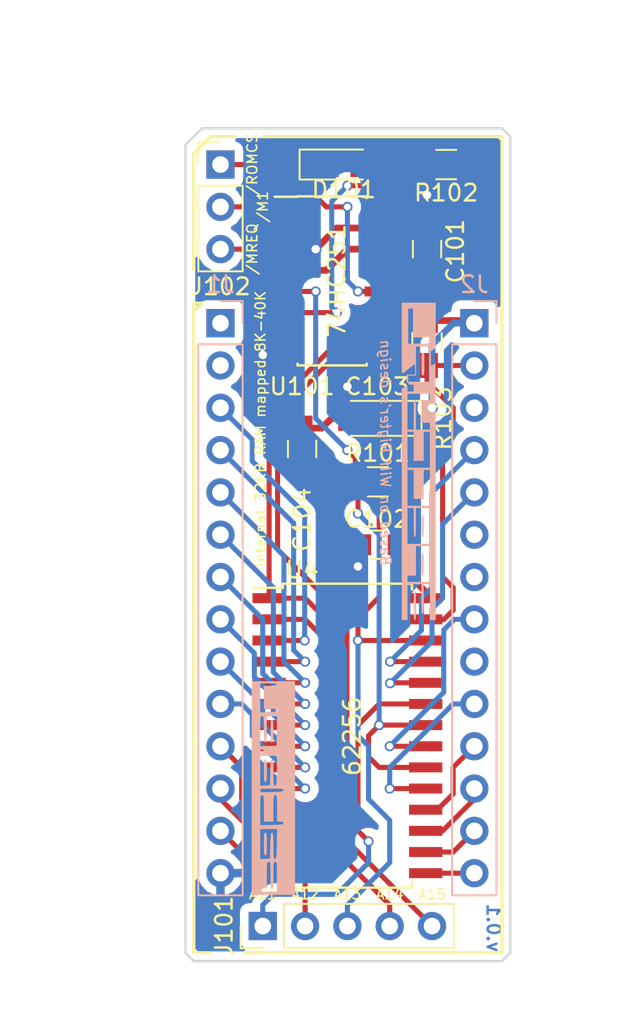
<source format=kicad_pcb>
(kicad_pcb (version 4) (host pcbnew 4.0.7)

  (general
    (links 58)
    (no_connects 0)
    (area 162.924999 64.424999 182.575001 114.575001)
    (thickness 1.6)
    (drawings 33)
    (tracks 253)
    (zones 0)
    (modules 16)
    (nets 39)
  )

  (page A4)
  (layers
    (0 F.Cu signal)
    (31 B.Cu signal)
    (32 B.Adhes user)
    (33 F.Adhes user)
    (34 B.Paste user)
    (35 F.Paste user)
    (36 B.SilkS user)
    (37 F.SilkS user)
    (38 B.Mask user)
    (39 F.Mask user)
    (40 Dwgs.User user)
    (41 Cmts.User user)
    (42 Eco1.User user)
    (43 Eco2.User user)
    (44 Edge.Cuts user)
    (45 Margin user)
    (46 B.CrtYd user)
    (47 F.CrtYd user)
    (48 B.Fab user)
    (49 F.Fab user)
  )

  (setup
    (last_trace_width 0.3048)
    (trace_clearance 0.2032)
    (zone_clearance 0.508)
    (zone_45_only no)
    (trace_min 0.2032)
    (segment_width 0.2)
    (edge_width 0.15)
    (via_size 0.6096)
    (via_drill 0.4064)
    (via_min_size 0.4064)
    (via_min_drill 0.3048)
    (uvia_size 0.3)
    (uvia_drill 0.1)
    (uvias_allowed no)
    (uvia_min_size 0.2)
    (uvia_min_drill 0.1)
    (pcb_text_width 0.3)
    (pcb_text_size 1.5 1.5)
    (mod_edge_width 0.15)
    (mod_text_size 1 1)
    (mod_text_width 0.15)
    (pad_size 1.524 1.524)
    (pad_drill 0.762)
    (pad_to_mask_clearance 0.2)
    (aux_axis_origin 0 0)
    (visible_elements FFFFFF7F)
    (pcbplotparams
      (layerselection 0x00030_80000001)
      (usegerberextensions false)
      (excludeedgelayer true)
      (linewidth 0.100000)
      (plotframeref false)
      (viasonmask false)
      (mode 1)
      (useauxorigin false)
      (hpglpennumber 1)
      (hpglpenspeed 20)
      (hpglpendiameter 15)
      (hpglpenoverlay 2)
      (psnegative false)
      (psa4output false)
      (plotreference true)
      (plotvalue true)
      (plotinvisibletext false)
      (padsonsilk false)
      (subtractmaskfromsilk false)
      (outputformat 1)
      (mirror false)
      (drillshape 1)
      (scaleselection 1)
      (outputdirectory ""))
  )

  (net 0 "")
  (net 1 VCC)
  (net 2 GND)
  (net 3 "Net-(C104-Pad1)")
  (net 4 //ROMCS)
  (net 5 "Net-(D101-Pad2)")
  (net 6 "Net-(J1-Pad1)")
  (net 7 "Net-(J1-Pad2)")
  (net 8 /A1)
  (net 9 /A9)
  (net 10 /A8)
  (net 11 /A7)
  (net 12 /A6)
  (net 13 /A4)
  (net 14 /A2)
  (net 15 /A0)
  (net 16 /D0)
  (net 17 /D1)
  (net 18 /D5)
  (net 19 //WR)
  (net 20 "Net-(J2-Pad3)")
  (net 21 /A5)
  (net 22 /A3)
  (net 23 "Net-(J2-Pad6)")
  (net 24 "Net-(J2-Pad7)")
  (net 25 /A10)
  (net 26 "Net-(J2-Pad9)")
  (net 27 /D4)
  (net 28 /D3)
  (net 29 /D7)
  (net 30 /D2)
  (net 31 /D6)
  (net 32 /A11)
  (net 33 /A12)
  (net 34 /A13)
  (net 35 /A14)
  (net 36 /A15)
  (net 37 //MREQ)
  (net 38 //M1)

  (net_class Default "This is the default net class."
    (clearance 0.2032)
    (trace_width 0.3048)
    (via_dia 0.6096)
    (via_drill 0.4064)
    (uvia_dia 0.3)
    (uvia_drill 0.1)
    (add_net //M1)
    (add_net //MREQ)
    (add_net //ROMCS)
    (add_net //WR)
    (add_net /A0)
    (add_net /A1)
    (add_net /A10)
    (add_net /A11)
    (add_net /A12)
    (add_net /A13)
    (add_net /A14)
    (add_net /A15)
    (add_net /A2)
    (add_net /A3)
    (add_net /A4)
    (add_net /A5)
    (add_net /A6)
    (add_net /A7)
    (add_net /A8)
    (add_net /A9)
    (add_net /D0)
    (add_net /D1)
    (add_net /D2)
    (add_net /D3)
    (add_net /D4)
    (add_net /D5)
    (add_net /D6)
    (add_net /D7)
    (add_net "Net-(C104-Pad1)")
    (add_net "Net-(D101-Pad2)")
    (add_net "Net-(J1-Pad1)")
    (add_net "Net-(J1-Pad2)")
    (add_net "Net-(J2-Pad3)")
    (add_net "Net-(J2-Pad6)")
    (add_net "Net-(J2-Pad7)")
    (add_net "Net-(J2-Pad9)")
  )

  (net_class PWR ""
    (clearance 0.2032)
    (trace_width 0.4064)
    (via_dia 0.7112)
    (via_drill 0.508)
    (uvia_dia 0.3)
    (uvia_drill 0.1)
    (add_net GND)
    (add_net VCC)
  )

  (module Pin_Headers:Pin_Header_Straight_1x14_Pitch2.54mm (layer B.Cu) (tedit 59650532) (tstamp 5A6A16EA)
    (at 165.1 76.2 180)
    (descr "Through hole straight pin header, 1x14, 2.54mm pitch, single row")
    (tags "Through hole pin header THT 1x14 2.54mm single row")
    (path /5A699A5E)
    (fp_text reference J1 (at 0 2.33 180) (layer B.SilkS)
      (effects (font (size 1 1) (thickness 0.15)) (justify mirror))
    )
    (fp_text value Conn_01x14 (at 0 -35.35 180) (layer B.Fab)
      (effects (font (size 1 1) (thickness 0.15)) (justify mirror))
    )
    (fp_line (start -0.635 1.27) (end 1.27 1.27) (layer B.Fab) (width 0.1))
    (fp_line (start 1.27 1.27) (end 1.27 -34.29) (layer B.Fab) (width 0.1))
    (fp_line (start 1.27 -34.29) (end -1.27 -34.29) (layer B.Fab) (width 0.1))
    (fp_line (start -1.27 -34.29) (end -1.27 0.635) (layer B.Fab) (width 0.1))
    (fp_line (start -1.27 0.635) (end -0.635 1.27) (layer B.Fab) (width 0.1))
    (fp_line (start -1.33 -34.35) (end 1.33 -34.35) (layer B.SilkS) (width 0.12))
    (fp_line (start -1.33 -1.27) (end -1.33 -34.35) (layer B.SilkS) (width 0.12))
    (fp_line (start 1.33 -1.27) (end 1.33 -34.35) (layer B.SilkS) (width 0.12))
    (fp_line (start -1.33 -1.27) (end 1.33 -1.27) (layer B.SilkS) (width 0.12))
    (fp_line (start -1.33 0) (end -1.33 1.33) (layer B.SilkS) (width 0.12))
    (fp_line (start -1.33 1.33) (end 0 1.33) (layer B.SilkS) (width 0.12))
    (fp_line (start -1.8 1.8) (end -1.8 -34.8) (layer B.CrtYd) (width 0.05))
    (fp_line (start -1.8 -34.8) (end 1.8 -34.8) (layer B.CrtYd) (width 0.05))
    (fp_line (start 1.8 -34.8) (end 1.8 1.8) (layer B.CrtYd) (width 0.05))
    (fp_line (start 1.8 1.8) (end -1.8 1.8) (layer B.CrtYd) (width 0.05))
    (fp_text user %R (at 0 -16.51 450) (layer B.Fab)
      (effects (font (size 1 1) (thickness 0.15)) (justify mirror))
    )
    (pad 1 thru_hole rect (at 0 0 180) (size 1.7 1.7) (drill 1) (layers *.Cu *.Mask)
      (net 6 "Net-(J1-Pad1)"))
    (pad 2 thru_hole oval (at 0 -2.54 180) (size 1.7 1.7) (drill 1) (layers *.Cu *.Mask)
      (net 7 "Net-(J1-Pad2)"))
    (pad 3 thru_hole oval (at 0 -5.08 180) (size 1.7 1.7) (drill 1) (layers *.Cu *.Mask)
      (net 8 /A1))
    (pad 4 thru_hole oval (at 0 -7.62 180) (size 1.7 1.7) (drill 1) (layers *.Cu *.Mask)
      (net 9 /A9))
    (pad 5 thru_hole oval (at 0 -10.16 180) (size 1.7 1.7) (drill 1) (layers *.Cu *.Mask)
      (net 10 /A8))
    (pad 6 thru_hole oval (at 0 -12.7 180) (size 1.7 1.7) (drill 1) (layers *.Cu *.Mask)
      (net 11 /A7))
    (pad 7 thru_hole oval (at 0 -15.24 180) (size 1.7 1.7) (drill 1) (layers *.Cu *.Mask)
      (net 12 /A6))
    (pad 8 thru_hole oval (at 0 -17.78 180) (size 1.7 1.7) (drill 1) (layers *.Cu *.Mask)
      (net 13 /A4))
    (pad 9 thru_hole oval (at 0 -20.32 180) (size 1.7 1.7) (drill 1) (layers *.Cu *.Mask)
      (net 14 /A2))
    (pad 10 thru_hole oval (at 0 -22.86 180) (size 1.7 1.7) (drill 1) (layers *.Cu *.Mask)
      (net 15 /A0))
    (pad 11 thru_hole oval (at 0 -25.4 180) (size 1.7 1.7) (drill 1) (layers *.Cu *.Mask)
      (net 16 /D0))
    (pad 12 thru_hole oval (at 0 -27.94 180) (size 1.7 1.7) (drill 1) (layers *.Cu *.Mask)
      (net 17 /D1))
    (pad 13 thru_hole oval (at 0 -30.48 180) (size 1.7 1.7) (drill 1) (layers *.Cu *.Mask)
      (net 18 /D5))
    (pad 14 thru_hole oval (at 0 -33.02 180) (size 1.7 1.7) (drill 1) (layers *.Cu *.Mask)
      (net 2 GND))
    (model ${KISYS3DMOD}/Pin_Headers.3dshapes/Pin_Header_Straight_1x14_Pitch2.54mm.wrl
      (at (xyz 0 0 0))
      (scale (xyz 1 1 1))
      (rotate (xyz 0 0 0))
    )
  )

  (module Capacitors_SMD:C_0805_HandSoldering (layer F.Cu) (tedit 58AA84A8) (tstamp 5A6A16C0)
    (at 177.5 71.75 90)
    (descr "Capacitor SMD 0805, hand soldering")
    (tags "capacitor 0805")
    (path /5A6999E5)
    (attr smd)
    (fp_text reference C101 (at -0.13 1.7 90) (layer F.SilkS)
      (effects (font (size 1 1) (thickness 0.15)))
    )
    (fp_text value 100nF (at 0 1.75 90) (layer F.Fab)
      (effects (font (size 1 1) (thickness 0.15)))
    )
    (fp_text user %R (at 0 -1.75 90) (layer F.Fab)
      (effects (font (size 1 1) (thickness 0.15)))
    )
    (fp_line (start -1 0.62) (end -1 -0.62) (layer F.Fab) (width 0.1))
    (fp_line (start 1 0.62) (end -1 0.62) (layer F.Fab) (width 0.1))
    (fp_line (start 1 -0.62) (end 1 0.62) (layer F.Fab) (width 0.1))
    (fp_line (start -1 -0.62) (end 1 -0.62) (layer F.Fab) (width 0.1))
    (fp_line (start 0.5 -0.85) (end -0.5 -0.85) (layer F.SilkS) (width 0.12))
    (fp_line (start -0.5 0.85) (end 0.5 0.85) (layer F.SilkS) (width 0.12))
    (fp_line (start -2.25 -0.88) (end 2.25 -0.88) (layer F.CrtYd) (width 0.05))
    (fp_line (start -2.25 -0.88) (end -2.25 0.87) (layer F.CrtYd) (width 0.05))
    (fp_line (start 2.25 0.87) (end 2.25 -0.88) (layer F.CrtYd) (width 0.05))
    (fp_line (start 2.25 0.87) (end -2.25 0.87) (layer F.CrtYd) (width 0.05))
    (pad 1 smd rect (at -1.25 0 90) (size 1.5 1.25) (layers F.Cu F.Paste F.Mask)
      (net 1 VCC))
    (pad 2 smd rect (at 1.25 0 90) (size 1.5 1.25) (layers F.Cu F.Paste F.Mask)
      (net 2 GND))
    (model Capacitors_SMD.3dshapes/C_0805.wrl
      (at (xyz 0 0 0))
      (scale (xyz 1 1 1))
      (rotate (xyz 0 0 0))
    )
  )

  (module Capacitors_SMD:C_0805_HandSoldering (layer F.Cu) (tedit 58AA84A8) (tstamp 5A6A16C6)
    (at 174.645 89.5 180)
    (descr "Capacitor SMD 0805, hand soldering")
    (tags "capacitor 0805")
    (path /5A69E505)
    (attr smd)
    (fp_text reference C102 (at 0.145 1.535 180) (layer F.SilkS)
      (effects (font (size 1 1) (thickness 0.15)))
    )
    (fp_text value 100nF (at 0 1.75 180) (layer F.Fab)
      (effects (font (size 1 1) (thickness 0.15)))
    )
    (fp_text user %R (at 0 -1.75 180) (layer F.Fab)
      (effects (font (size 1 1) (thickness 0.15)))
    )
    (fp_line (start -1 0.62) (end -1 -0.62) (layer F.Fab) (width 0.1))
    (fp_line (start 1 0.62) (end -1 0.62) (layer F.Fab) (width 0.1))
    (fp_line (start 1 -0.62) (end 1 0.62) (layer F.Fab) (width 0.1))
    (fp_line (start -1 -0.62) (end 1 -0.62) (layer F.Fab) (width 0.1))
    (fp_line (start 0.5 -0.85) (end -0.5 -0.85) (layer F.SilkS) (width 0.12))
    (fp_line (start -0.5 0.85) (end 0.5 0.85) (layer F.SilkS) (width 0.12))
    (fp_line (start -2.25 -0.88) (end 2.25 -0.88) (layer F.CrtYd) (width 0.05))
    (fp_line (start -2.25 -0.88) (end -2.25 0.87) (layer F.CrtYd) (width 0.05))
    (fp_line (start 2.25 0.87) (end 2.25 -0.88) (layer F.CrtYd) (width 0.05))
    (fp_line (start 2.25 0.87) (end -2.25 0.87) (layer F.CrtYd) (width 0.05))
    (pad 1 smd rect (at -1.25 0 180) (size 1.5 1.25) (layers F.Cu F.Paste F.Mask)
      (net 1 VCC))
    (pad 2 smd rect (at 1.25 0 180) (size 1.5 1.25) (layers F.Cu F.Paste F.Mask)
      (net 2 GND))
    (model Capacitors_SMD.3dshapes/C_0805.wrl
      (at (xyz 0 0 0))
      (scale (xyz 1 1 1))
      (rotate (xyz 0 0 0))
    )
  )

  (module Capacitors_Tantalum_SMD:CP_Tantalum_Case-A_EIA-3216-18_Reflow (layer F.Cu) (tedit 58CC8C08) (tstamp 5A6A16CC)
    (at 174.52 81.915 180)
    (descr "Tantalum capacitor, Case A, EIA 3216-18, 3.2x1.6x1.6mm, Reflow soldering footprint")
    (tags "capacitor tantalum smd")
    (path /5A6A1543)
    (attr smd)
    (fp_text reference C103 (at 0.02 1.915 180) (layer F.SilkS)
      (effects (font (size 1 1) (thickness 0.15)))
    )
    (fp_text value 10uF/10V (at 0 2.55 180) (layer F.Fab)
      (effects (font (size 1 1) (thickness 0.15)))
    )
    (fp_text user %R (at 0 0 180) (layer F.Fab)
      (effects (font (size 0.7 0.7) (thickness 0.105)))
    )
    (fp_line (start -2.75 -1.2) (end -2.75 1.2) (layer F.CrtYd) (width 0.05))
    (fp_line (start -2.75 1.2) (end 2.75 1.2) (layer F.CrtYd) (width 0.05))
    (fp_line (start 2.75 1.2) (end 2.75 -1.2) (layer F.CrtYd) (width 0.05))
    (fp_line (start 2.75 -1.2) (end -2.75 -1.2) (layer F.CrtYd) (width 0.05))
    (fp_line (start -1.6 -0.8) (end -1.6 0.8) (layer F.Fab) (width 0.1))
    (fp_line (start -1.6 0.8) (end 1.6 0.8) (layer F.Fab) (width 0.1))
    (fp_line (start 1.6 0.8) (end 1.6 -0.8) (layer F.Fab) (width 0.1))
    (fp_line (start 1.6 -0.8) (end -1.6 -0.8) (layer F.Fab) (width 0.1))
    (fp_line (start -1.28 -0.8) (end -1.28 0.8) (layer F.Fab) (width 0.1))
    (fp_line (start -1.12 -0.8) (end -1.12 0.8) (layer F.Fab) (width 0.1))
    (fp_line (start -2.65 -1.05) (end 1.6 -1.05) (layer F.SilkS) (width 0.12))
    (fp_line (start -2.65 1.05) (end 1.6 1.05) (layer F.SilkS) (width 0.12))
    (fp_line (start -2.65 -1.05) (end -2.65 1.05) (layer F.SilkS) (width 0.12))
    (pad 1 smd rect (at -1.375 0 180) (size 1.95 1.5) (layers F.Cu F.Paste F.Mask)
      (net 1 VCC))
    (pad 2 smd rect (at 1.375 0 180) (size 1.95 1.5) (layers F.Cu F.Paste F.Mask)
      (net 2 GND))
    (model Capacitors_Tantalum_SMD.3dshapes/CP_Tantalum_Case-A_EIA-3216-18.wrl
      (at (xyz 0 0 0))
      (scale (xyz 1 1 1))
      (rotate (xyz 0 0 0))
    )
  )

  (module Capacitors_SMD:C_0805_HandSoldering (layer F.Cu) (tedit 5A6A4AF0) (tstamp 5A6A16D2)
    (at 170 83.75 90)
    (descr "Capacitor SMD 0805, hand soldering")
    (tags "capacitor 0805")
    (path /5A6A1700)
    (attr smd)
    (fp_text reference C104 (at -4.25 0 90) (layer F.SilkS)
      (effects (font (size 1 1) (thickness 0.15)))
    )
    (fp_text value 33pF (at 0 1.75 90) (layer F.Fab)
      (effects (font (size 1 1) (thickness 0.15)))
    )
    (fp_text user %R (at 0 -1.75 90) (layer F.Fab)
      (effects (font (size 1 1) (thickness 0.15)))
    )
    (fp_line (start -1 0.62) (end -1 -0.62) (layer F.Fab) (width 0.1))
    (fp_line (start 1 0.62) (end -1 0.62) (layer F.Fab) (width 0.1))
    (fp_line (start 1 -0.62) (end 1 0.62) (layer F.Fab) (width 0.1))
    (fp_line (start -1 -0.62) (end 1 -0.62) (layer F.Fab) (width 0.1))
    (fp_line (start 0.5 -0.85) (end -0.5 -0.85) (layer F.SilkS) (width 0.12))
    (fp_line (start -0.5 0.85) (end 0.5 0.85) (layer F.SilkS) (width 0.12))
    (fp_line (start -2.25 -0.88) (end 2.25 -0.88) (layer F.CrtYd) (width 0.05))
    (fp_line (start -2.25 -0.88) (end -2.25 0.87) (layer F.CrtYd) (width 0.05))
    (fp_line (start 2.25 0.87) (end 2.25 -0.88) (layer F.CrtYd) (width 0.05))
    (fp_line (start 2.25 0.87) (end -2.25 0.87) (layer F.CrtYd) (width 0.05))
    (pad 1 smd rect (at -1.25 0 90) (size 1.5 1.25) (layers F.Cu F.Paste F.Mask)
      (net 3 "Net-(C104-Pad1)"))
    (pad 2 smd rect (at 1.25 0 90) (size 1.5 1.25) (layers F.Cu F.Paste F.Mask)
      (net 2 GND))
    (model Capacitors_SMD.3dshapes/C_0805.wrl
      (at (xyz 0 0 0))
      (scale (xyz 1 1 1))
      (rotate (xyz 0 0 0))
    )
  )

  (module Diodes_SMD:D_MicroMELF_Hadsoldering (layer F.Cu) (tedit 5905DC0B) (tstamp 5A6A16D8)
    (at 172.55 66.675)
    (descr "Diode, MicroMELF, hand-soldering, http://www.vishay.com/docs/85597/bzm55-se.pdf")
    (tags "MicroMELF Diode")
    (path /5A6999A3)
    (attr smd)
    (fp_text reference D101 (at -0.05 1.5 180) (layer F.SilkS)
      (effects (font (size 1 1) (thickness 0.15)))
    )
    (fp_text value 1N4148 (at 0 1.55) (layer F.Fab)
      (effects (font (size 1 1) (thickness 0.15)))
    )
    (fp_text user %R (at 0 -1.6) (layer F.Fab)
      (effects (font (size 1 1) (thickness 0.15)))
    )
    (fp_line (start 1.1 -0.9) (end -2.7 -0.9) (layer F.SilkS) (width 0.12))
    (fp_line (start -2.7 -0.9) (end -2.7 0.9) (layer F.SilkS) (width 0.12))
    (fp_line (start -2.7 0.9) (end 1.1 0.9) (layer F.SilkS) (width 0.12))
    (fp_line (start 0.25 0) (end 0.75 0) (layer F.Fab) (width 0.12))
    (fp_line (start -0.25 0) (end 0.25 -0.25) (layer F.Fab) (width 0.12))
    (fp_line (start 0.25 -0.25) (end 0.25 0.25) (layer F.Fab) (width 0.12))
    (fp_line (start 0.25 0.25) (end -0.25 0) (layer F.Fab) (width 0.12))
    (fp_line (start -0.25 0) (end -0.75 0) (layer F.Fab) (width 0.12))
    (fp_line (start -0.25 -0.25) (end -0.25 0.25) (layer F.Fab) (width 0.12))
    (fp_line (start -0.6 -0.55) (end -0.6 0.55) (layer F.Fab) (width 0.12))
    (fp_line (start -1.1 -0.55) (end 1.1 -0.55) (layer F.Fab) (width 0.12))
    (fp_line (start 1.1 -0.55) (end 1.1 0.55) (layer F.Fab) (width 0.12))
    (fp_line (start 1.1 0.55) (end -1.1 0.55) (layer F.Fab) (width 0.12))
    (fp_line (start -1.1 0.55) (end -1.1 -0.55) (layer F.Fab) (width 0.12))
    (fp_line (start -2.8 -1) (end 2.8 -1) (layer F.CrtYd) (width 0.05))
    (fp_line (start -2.8 -1) (end -2.8 1) (layer F.CrtYd) (width 0.05))
    (fp_line (start 2.8 1) (end 2.8 -1) (layer F.CrtYd) (width 0.05))
    (fp_line (start 2.8 1) (end -2.8 1) (layer F.CrtYd) (width 0.05))
    (pad 1 smd rect (at -1.45 0) (size 2.2 1.5) (layers F.Cu F.Paste F.Mask)
      (net 4 //ROMCS))
    (pad 2 smd rect (at 1.45 0) (size 2.2 1.5) (layers F.Cu F.Paste F.Mask)
      (net 5 "Net-(D101-Pad2)"))
    (model ${KISYS3DMOD}/Diodes_SMD.3dshapes/D_MicroMELF.wrl
      (at (xyz 0 0 0))
      (scale (xyz 1 1 1))
      (rotate (xyz 0 0 0))
    )
  )

  (module Pin_Headers:Pin_Header_Straight_1x14_Pitch2.54mm (layer B.Cu) (tedit 59650532) (tstamp 5A6A16FC)
    (at 180.34 76.2 180)
    (descr "Through hole straight pin header, 1x14, 2.54mm pitch, single row")
    (tags "Through hole pin header THT 1x14 2.54mm single row")
    (path /5A699B1C)
    (fp_text reference J2 (at 0 2.33 180) (layer B.SilkS)
      (effects (font (size 1 1) (thickness 0.15)) (justify mirror))
    )
    (fp_text value Conn_01x14 (at 0 -35.35 180) (layer B.Fab)
      (effects (font (size 1 1) (thickness 0.15)) (justify mirror))
    )
    (fp_line (start -0.635 1.27) (end 1.27 1.27) (layer B.Fab) (width 0.1))
    (fp_line (start 1.27 1.27) (end 1.27 -34.29) (layer B.Fab) (width 0.1))
    (fp_line (start 1.27 -34.29) (end -1.27 -34.29) (layer B.Fab) (width 0.1))
    (fp_line (start -1.27 -34.29) (end -1.27 0.635) (layer B.Fab) (width 0.1))
    (fp_line (start -1.27 0.635) (end -0.635 1.27) (layer B.Fab) (width 0.1))
    (fp_line (start -1.33 -34.35) (end 1.33 -34.35) (layer B.SilkS) (width 0.12))
    (fp_line (start -1.33 -1.27) (end -1.33 -34.35) (layer B.SilkS) (width 0.12))
    (fp_line (start 1.33 -1.27) (end 1.33 -34.35) (layer B.SilkS) (width 0.12))
    (fp_line (start -1.33 -1.27) (end 1.33 -1.27) (layer B.SilkS) (width 0.12))
    (fp_line (start -1.33 0) (end -1.33 1.33) (layer B.SilkS) (width 0.12))
    (fp_line (start -1.33 1.33) (end 0 1.33) (layer B.SilkS) (width 0.12))
    (fp_line (start -1.8 1.8) (end -1.8 -34.8) (layer B.CrtYd) (width 0.05))
    (fp_line (start -1.8 -34.8) (end 1.8 -34.8) (layer B.CrtYd) (width 0.05))
    (fp_line (start 1.8 -34.8) (end 1.8 1.8) (layer B.CrtYd) (width 0.05))
    (fp_line (start 1.8 1.8) (end -1.8 1.8) (layer B.CrtYd) (width 0.05))
    (fp_text user %R (at 0 -16.51 450) (layer B.Fab)
      (effects (font (size 1 1) (thickness 0.15)) (justify mirror))
    )
    (pad 1 thru_hole rect (at 0 0 180) (size 1.7 1.7) (drill 1) (layers *.Cu *.Mask)
      (net 1 VCC))
    (pad 2 thru_hole oval (at 0 -2.54 180) (size 1.7 1.7) (drill 1) (layers *.Cu *.Mask)
      (net 19 //WR))
    (pad 3 thru_hole oval (at 0 -5.08 180) (size 1.7 1.7) (drill 1) (layers *.Cu *.Mask)
      (net 20 "Net-(J2-Pad3)"))
    (pad 4 thru_hole oval (at 0 -7.62 180) (size 1.7 1.7) (drill 1) (layers *.Cu *.Mask)
      (net 21 /A5))
    (pad 5 thru_hole oval (at 0 -10.16 180) (size 1.7 1.7) (drill 1) (layers *.Cu *.Mask)
      (net 22 /A3))
    (pad 6 thru_hole oval (at 0 -12.7 180) (size 1.7 1.7) (drill 1) (layers *.Cu *.Mask)
      (net 23 "Net-(J2-Pad6)"))
    (pad 7 thru_hole oval (at 0 -15.24 180) (size 1.7 1.7) (drill 1) (layers *.Cu *.Mask)
      (net 24 "Net-(J2-Pad7)"))
    (pad 8 thru_hole oval (at 0 -17.78 180) (size 1.7 1.7) (drill 1) (layers *.Cu *.Mask)
      (net 25 /A10))
    (pad 9 thru_hole oval (at 0 -20.32 180) (size 1.7 1.7) (drill 1) (layers *.Cu *.Mask)
      (net 26 "Net-(J2-Pad9)"))
    (pad 10 thru_hole oval (at 0 -22.86 180) (size 1.7 1.7) (drill 1) (layers *.Cu *.Mask)
      (net 27 /D4))
    (pad 11 thru_hole oval (at 0 -25.4 180) (size 1.7 1.7) (drill 1) (layers *.Cu *.Mask)
      (net 28 /D3))
    (pad 12 thru_hole oval (at 0 -27.94 180) (size 1.7 1.7) (drill 1) (layers *.Cu *.Mask)
      (net 29 /D7))
    (pad 13 thru_hole oval (at 0 -30.48 180) (size 1.7 1.7) (drill 1) (layers *.Cu *.Mask)
      (net 30 /D2))
    (pad 14 thru_hole oval (at 0 -33.02 180) (size 1.7 1.7) (drill 1) (layers *.Cu *.Mask)
      (net 31 /D6))
    (model ${KISYS3DMOD}/Pin_Headers.3dshapes/Pin_Header_Straight_1x14_Pitch2.54mm.wrl
      (at (xyz 0 0 0))
      (scale (xyz 1 1 1))
      (rotate (xyz 0 0 0))
    )
  )

  (module Pin_Headers:Pin_Header_Straight_1x05_Pitch2.54mm (layer F.Cu) (tedit 59650532) (tstamp 5A6A1705)
    (at 167.64 112.395 90)
    (descr "Through hole straight pin header, 1x05, 2.54mm pitch, single row")
    (tags "Through hole pin header THT 1x05 2.54mm single row")
    (path /5A69EDF2)
    (fp_text reference J101 (at 0 -2.33 90) (layer F.SilkS)
      (effects (font (size 1 1) (thickness 0.15)))
    )
    (fp_text value Address (at 0 12.49 90) (layer F.Fab)
      (effects (font (size 1 1) (thickness 0.15)))
    )
    (fp_line (start -0.635 -1.27) (end 1.27 -1.27) (layer F.Fab) (width 0.1))
    (fp_line (start 1.27 -1.27) (end 1.27 11.43) (layer F.Fab) (width 0.1))
    (fp_line (start 1.27 11.43) (end -1.27 11.43) (layer F.Fab) (width 0.1))
    (fp_line (start -1.27 11.43) (end -1.27 -0.635) (layer F.Fab) (width 0.1))
    (fp_line (start -1.27 -0.635) (end -0.635 -1.27) (layer F.Fab) (width 0.1))
    (fp_line (start -1.33 11.49) (end 1.33 11.49) (layer F.SilkS) (width 0.12))
    (fp_line (start -1.33 1.27) (end -1.33 11.49) (layer F.SilkS) (width 0.12))
    (fp_line (start 1.33 1.27) (end 1.33 11.49) (layer F.SilkS) (width 0.12))
    (fp_line (start -1.33 1.27) (end 1.33 1.27) (layer F.SilkS) (width 0.12))
    (fp_line (start -1.33 0) (end -1.33 -1.33) (layer F.SilkS) (width 0.12))
    (fp_line (start -1.33 -1.33) (end 0 -1.33) (layer F.SilkS) (width 0.12))
    (fp_line (start -1.8 -1.8) (end -1.8 11.95) (layer F.CrtYd) (width 0.05))
    (fp_line (start -1.8 11.95) (end 1.8 11.95) (layer F.CrtYd) (width 0.05))
    (fp_line (start 1.8 11.95) (end 1.8 -1.8) (layer F.CrtYd) (width 0.05))
    (fp_line (start 1.8 -1.8) (end -1.8 -1.8) (layer F.CrtYd) (width 0.05))
    (fp_text user %R (at 0 5.08 180) (layer F.Fab)
      (effects (font (size 1 1) (thickness 0.15)))
    )
    (pad 1 thru_hole rect (at 0 0 90) (size 1.7 1.7) (drill 1) (layers *.Cu *.Mask)
      (net 32 /A11))
    (pad 2 thru_hole oval (at 0 2.54 90) (size 1.7 1.7) (drill 1) (layers *.Cu *.Mask)
      (net 33 /A12))
    (pad 3 thru_hole oval (at 0 5.08 90) (size 1.7 1.7) (drill 1) (layers *.Cu *.Mask)
      (net 34 /A13))
    (pad 4 thru_hole oval (at 0 7.62 90) (size 1.7 1.7) (drill 1) (layers *.Cu *.Mask)
      (net 35 /A14))
    (pad 5 thru_hole oval (at 0 10.16 90) (size 1.7 1.7) (drill 1) (layers *.Cu *.Mask)
      (net 36 /A15))
    (model ${KISYS3DMOD}/Pin_Headers.3dshapes/Pin_Header_Straight_1x05_Pitch2.54mm.wrl
      (at (xyz 0 0 0))
      (scale (xyz 1 1 1))
      (rotate (xyz 0 0 0))
    )
  )

  (module Pin_Headers:Pin_Header_Straight_1x03_Pitch2.54mm (layer F.Cu) (tedit 59650532) (tstamp 5A6A170C)
    (at 165.1 66.675)
    (descr "Through hole straight pin header, 1x03, 2.54mm pitch, single row")
    (tags "Through hole pin header THT 1x03 2.54mm single row")
    (path /5A69EE67)
    (fp_text reference J102 (at 0 7.325) (layer F.SilkS)
      (effects (font (size 1 1) (thickness 0.15)))
    )
    (fp_text value Control (at 0 7.41) (layer F.Fab)
      (effects (font (size 1 1) (thickness 0.15)))
    )
    (fp_line (start -0.635 -1.27) (end 1.27 -1.27) (layer F.Fab) (width 0.1))
    (fp_line (start 1.27 -1.27) (end 1.27 6.35) (layer F.Fab) (width 0.1))
    (fp_line (start 1.27 6.35) (end -1.27 6.35) (layer F.Fab) (width 0.1))
    (fp_line (start -1.27 6.35) (end -1.27 -0.635) (layer F.Fab) (width 0.1))
    (fp_line (start -1.27 -0.635) (end -0.635 -1.27) (layer F.Fab) (width 0.1))
    (fp_line (start -1.33 6.41) (end 1.33 6.41) (layer F.SilkS) (width 0.12))
    (fp_line (start -1.33 1.27) (end -1.33 6.41) (layer F.SilkS) (width 0.12))
    (fp_line (start 1.33 1.27) (end 1.33 6.41) (layer F.SilkS) (width 0.12))
    (fp_line (start -1.33 1.27) (end 1.33 1.27) (layer F.SilkS) (width 0.12))
    (fp_line (start -1.33 0) (end -1.33 -1.33) (layer F.SilkS) (width 0.12))
    (fp_line (start -1.33 -1.33) (end 0 -1.33) (layer F.SilkS) (width 0.12))
    (fp_line (start -1.8 -1.8) (end -1.8 6.85) (layer F.CrtYd) (width 0.05))
    (fp_line (start -1.8 6.85) (end 1.8 6.85) (layer F.CrtYd) (width 0.05))
    (fp_line (start 1.8 6.85) (end 1.8 -1.8) (layer F.CrtYd) (width 0.05))
    (fp_line (start 1.8 -1.8) (end -1.8 -1.8) (layer F.CrtYd) (width 0.05))
    (fp_text user %R (at 0 2.54 90) (layer F.Fab)
      (effects (font (size 1 1) (thickness 0.15)))
    )
    (pad 1 thru_hole rect (at 0 0) (size 1.7 1.7) (drill 1) (layers *.Cu *.Mask)
      (net 4 //ROMCS))
    (pad 2 thru_hole oval (at 0 2.54) (size 1.7 1.7) (drill 1) (layers *.Cu *.Mask)
      (net 38 //M1))
    (pad 3 thru_hole oval (at 0 5.08) (size 1.7 1.7) (drill 1) (layers *.Cu *.Mask)
      (net 37 //MREQ))
    (model ${KISYS3DMOD}/Pin_Headers.3dshapes/Pin_Header_Straight_1x03_Pitch2.54mm.wrl
      (at (xyz 0 0 0))
      (scale (xyz 1 1 1))
      (rotate (xyz 0 0 0))
    )
  )

  (module Resistors_SMD:R_0805_HandSoldering (layer F.Cu) (tedit 58E0A804) (tstamp 5A6A1712)
    (at 174.545 85.725 180)
    (descr "Resistor SMD 0805, hand soldering")
    (tags "resistor 0805")
    (path /5A69996C)
    (attr smd)
    (fp_text reference R101 (at 0 1.725 180) (layer F.SilkS)
      (effects (font (size 1 1) (thickness 0.15)))
    )
    (fp_text value 4K7 (at 0 1.75 180) (layer F.Fab)
      (effects (font (size 1 1) (thickness 0.15)))
    )
    (fp_text user %R (at 0 0 180) (layer F.Fab)
      (effects (font (size 0.5 0.5) (thickness 0.075)))
    )
    (fp_line (start -1 0.62) (end -1 -0.62) (layer F.Fab) (width 0.1))
    (fp_line (start 1 0.62) (end -1 0.62) (layer F.Fab) (width 0.1))
    (fp_line (start 1 -0.62) (end 1 0.62) (layer F.Fab) (width 0.1))
    (fp_line (start -1 -0.62) (end 1 -0.62) (layer F.Fab) (width 0.1))
    (fp_line (start 0.6 0.88) (end -0.6 0.88) (layer F.SilkS) (width 0.12))
    (fp_line (start -0.6 -0.88) (end 0.6 -0.88) (layer F.SilkS) (width 0.12))
    (fp_line (start -2.35 -0.9) (end 2.35 -0.9) (layer F.CrtYd) (width 0.05))
    (fp_line (start -2.35 -0.9) (end -2.35 0.9) (layer F.CrtYd) (width 0.05))
    (fp_line (start 2.35 0.9) (end 2.35 -0.9) (layer F.CrtYd) (width 0.05))
    (fp_line (start 2.35 0.9) (end -2.35 0.9) (layer F.CrtYd) (width 0.05))
    (pad 1 smd rect (at -1.35 0 180) (size 1.5 1.3) (layers F.Cu F.Paste F.Mask)
      (net 1 VCC))
    (pad 2 smd rect (at 1.35 0 180) (size 1.5 1.3) (layers F.Cu F.Paste F.Mask)
      (net 3 "Net-(C104-Pad1)"))
    (model ${KISYS3DMOD}/Resistors_SMD.3dshapes/R_0805.wrl
      (at (xyz 0 0 0))
      (scale (xyz 1 1 1))
      (rotate (xyz 0 0 0))
    )
  )

  (module Resistors_SMD:R_0805_HandSoldering (layer F.Cu) (tedit 58E0A804) (tstamp 5A6A1718)
    (at 178.65 66.675 180)
    (descr "Resistor SMD 0805, hand soldering")
    (tags "resistor 0805")
    (path /5A699D4A)
    (attr smd)
    (fp_text reference R102 (at 0 -1.7 180) (layer F.SilkS)
      (effects (font (size 1 1) (thickness 0.15)))
    )
    (fp_text value 4K7 (at 0 1.75 180) (layer F.Fab)
      (effects (font (size 1 1) (thickness 0.15)))
    )
    (fp_text user %R (at 0 0 180) (layer F.Fab)
      (effects (font (size 0.5 0.5) (thickness 0.075)))
    )
    (fp_line (start -1 0.62) (end -1 -0.62) (layer F.Fab) (width 0.1))
    (fp_line (start 1 0.62) (end -1 0.62) (layer F.Fab) (width 0.1))
    (fp_line (start 1 -0.62) (end 1 0.62) (layer F.Fab) (width 0.1))
    (fp_line (start -1 -0.62) (end 1 -0.62) (layer F.Fab) (width 0.1))
    (fp_line (start 0.6 0.88) (end -0.6 0.88) (layer F.SilkS) (width 0.12))
    (fp_line (start -0.6 -0.88) (end 0.6 -0.88) (layer F.SilkS) (width 0.12))
    (fp_line (start -2.35 -0.9) (end 2.35 -0.9) (layer F.CrtYd) (width 0.05))
    (fp_line (start -2.35 -0.9) (end -2.35 0.9) (layer F.CrtYd) (width 0.05))
    (fp_line (start 2.35 0.9) (end 2.35 -0.9) (layer F.CrtYd) (width 0.05))
    (fp_line (start 2.35 0.9) (end -2.35 0.9) (layer F.CrtYd) (width 0.05))
    (pad 1 smd rect (at -1.35 0 180) (size 1.5 1.3) (layers F.Cu F.Paste F.Mask)
      (net 1 VCC))
    (pad 2 smd rect (at 1.35 0 180) (size 1.5 1.3) (layers F.Cu F.Paste F.Mask)
      (net 5 "Net-(D101-Pad2)"))
    (model ${KISYS3DMOD}/Resistors_SMD.3dshapes/R_0805.wrl
      (at (xyz 0 0 0))
      (scale (xyz 1 1 1))
      (rotate (xyz 0 0 0))
    )
  )

  (module Housings_SOIC:SOIC-28W_7.5x17.9mm_Pitch1.27mm (layer F.Cu) (tedit 5A6A4A3C) (tstamp 5A6A1738)
    (at 172.72 100.965)
    (descr "28-Lead Plastic Small Outline (SO) - Wide, 7.50 mm Body [SOIC] (see Microchip Packaging Specification 00000049BS.pdf)")
    (tags "SOIC 1.27")
    (path /5A699870)
    (attr smd)
    (fp_text reference U4 (at -2.72 -9.965) (layer F.SilkS)
      (effects (font (size 1 1) (thickness 0.15)))
    )
    (fp_text value 62256 (at 0.28 0.035 90) (layer F.SilkS)
      (effects (font (size 1 1) (thickness 0.15)))
    )
    (fp_text user %R (at 0 0) (layer F.Fab)
      (effects (font (size 1 1) (thickness 0.15)))
    )
    (fp_line (start -2.75 -8.95) (end 3.75 -8.95) (layer F.Fab) (width 0.15))
    (fp_line (start 3.75 -8.95) (end 3.75 8.95) (layer F.Fab) (width 0.15))
    (fp_line (start 3.75 8.95) (end -3.75 8.95) (layer F.Fab) (width 0.15))
    (fp_line (start -3.75 8.95) (end -3.75 -7.95) (layer F.Fab) (width 0.15))
    (fp_line (start -3.75 -7.95) (end -2.75 -8.95) (layer F.Fab) (width 0.15))
    (fp_line (start -5.95 -9.3) (end -5.95 9.3) (layer F.CrtYd) (width 0.05))
    (fp_line (start 5.95 -9.3) (end 5.95 9.3) (layer F.CrtYd) (width 0.05))
    (fp_line (start -5.95 -9.3) (end 5.95 -9.3) (layer F.CrtYd) (width 0.05))
    (fp_line (start -5.95 9.3) (end 5.95 9.3) (layer F.CrtYd) (width 0.05))
    (fp_line (start -3.875 -9.125) (end -3.875 -8.875) (layer F.SilkS) (width 0.15))
    (fp_line (start 3.875 -9.125) (end 3.875 -8.78) (layer F.SilkS) (width 0.15))
    (fp_line (start 3.875 9.125) (end 3.875 8.78) (layer F.SilkS) (width 0.15))
    (fp_line (start -3.875 9.125) (end -3.875 8.78) (layer F.SilkS) (width 0.15))
    (fp_line (start -3.875 -9.125) (end 3.875 -9.125) (layer F.SilkS) (width 0.15))
    (fp_line (start -3.875 9.125) (end 3.875 9.125) (layer F.SilkS) (width 0.15))
    (fp_line (start -3.875 -8.875) (end -5.7 -8.875) (layer F.SilkS) (width 0.15))
    (pad 1 smd rect (at -4.7 -8.255) (size 2 0.6) (layers F.Cu F.Paste F.Mask)
      (net 35 /A14))
    (pad 2 smd rect (at -4.7 -6.985) (size 2 0.6) (layers F.Cu F.Paste F.Mask)
      (net 33 /A12))
    (pad 3 smd rect (at -4.7 -5.715) (size 2 0.6) (layers F.Cu F.Paste F.Mask)
      (net 8 /A1))
    (pad 4 smd rect (at -4.7 -4.445) (size 2 0.6) (layers F.Cu F.Paste F.Mask)
      (net 9 /A9))
    (pad 5 smd rect (at -4.7 -3.175) (size 2 0.6) (layers F.Cu F.Paste F.Mask)
      (net 10 /A8))
    (pad 6 smd rect (at -4.7 -1.905) (size 2 0.6) (layers F.Cu F.Paste F.Mask)
      (net 11 /A7))
    (pad 7 smd rect (at -4.7 -0.635) (size 2 0.6) (layers F.Cu F.Paste F.Mask)
      (net 12 /A6))
    (pad 8 smd rect (at -4.7 0.635) (size 2 0.6) (layers F.Cu F.Paste F.Mask)
      (net 13 /A4))
    (pad 9 smd rect (at -4.7 1.905) (size 2 0.6) (layers F.Cu F.Paste F.Mask)
      (net 14 /A2))
    (pad 10 smd rect (at -4.7 3.175) (size 2 0.6) (layers F.Cu F.Paste F.Mask)
      (net 15 /A0))
    (pad 11 smd rect (at -4.7 4.445) (size 2 0.6) (layers F.Cu F.Paste F.Mask)
      (net 16 /D0))
    (pad 12 smd rect (at -4.7 5.715) (size 2 0.6) (layers F.Cu F.Paste F.Mask)
      (net 17 /D1))
    (pad 13 smd rect (at -4.7 6.985) (size 2 0.6) (layers F.Cu F.Paste F.Mask)
      (net 18 /D5))
    (pad 14 smd rect (at -4.7 8.255) (size 2 0.6) (layers F.Cu F.Paste F.Mask)
      (net 2 GND))
    (pad 15 smd rect (at 4.7 8.255) (size 2 0.6) (layers F.Cu F.Paste F.Mask)
      (net 31 /D6))
    (pad 16 smd rect (at 4.7 6.985) (size 2 0.6) (layers F.Cu F.Paste F.Mask)
      (net 30 /D2))
    (pad 17 smd rect (at 4.7 5.715) (size 2 0.6) (layers F.Cu F.Paste F.Mask)
      (net 29 /D7))
    (pad 18 smd rect (at 4.7 4.445) (size 2 0.6) (layers F.Cu F.Paste F.Mask)
      (net 28 /D3))
    (pad 19 smd rect (at 4.7 3.175) (size 2 0.6) (layers F.Cu F.Paste F.Mask)
      (net 27 /D4))
    (pad 20 smd rect (at 4.7 1.905) (size 2 0.6) (layers F.Cu F.Paste F.Mask)
      (net 3 "Net-(C104-Pad1)"))
    (pad 21 smd rect (at 4.7 0.635) (size 2 0.6) (layers F.Cu F.Paste F.Mask)
      (net 25 /A10))
    (pad 22 smd rect (at 4.7 -0.635) (size 2 0.6) (layers F.Cu F.Paste F.Mask)
      (net 3 "Net-(C104-Pad1)"))
    (pad 23 smd rect (at 4.7 -1.905) (size 2 0.6) (layers F.Cu F.Paste F.Mask)
      (net 32 /A11))
    (pad 24 smd rect (at 4.7 -3.175) (size 2 0.6) (layers F.Cu F.Paste F.Mask)
      (net 22 /A3))
    (pad 25 smd rect (at 4.7 -4.445) (size 2 0.6) (layers F.Cu F.Paste F.Mask)
      (net 21 /A5))
    (pad 26 smd rect (at 4.7 -5.715) (size 2 0.6) (layers F.Cu F.Paste F.Mask)
      (net 34 /A13))
    (pad 27 smd rect (at 4.7 -6.985) (size 2 0.6) (layers F.Cu F.Paste F.Mask)
      (net 19 //WR))
    (pad 28 smd rect (at 4.7 -8.255) (size 2 0.6) (layers F.Cu F.Paste F.Mask)
      (net 1 VCC))
    (model ${KISYS3DMOD}/Housings_SOIC.3dshapes/SOIC-28W_7.5x17.9mm_Pitch1.27mm.wrl
      (at (xyz 0 0 0))
      (scale (xyz 1 1 1))
      (rotate (xyz 0 0 0))
    )
  )

  (module Housings_SOIC:SOIC-16_3.9x9.9mm_Pitch1.27mm (layer F.Cu) (tedit 5A6A367B) (tstamp 5A6A174C)
    (at 171.8 73.66)
    (descr "16-Lead Plastic Small Outline (SL) - Narrow, 3.90 mm Body [SOIC] (see Microchip Packaging Specification 00000049BS.pdf)")
    (tags "SOIC 1.27")
    (path /5A69981D)
    (attr smd)
    (fp_text reference U101 (at -1.8 6.34) (layer F.SilkS)
      (effects (font (size 1 1) (thickness 0.15)))
    )
    (fp_text value 74HC251 (at 0.285 0 90) (layer F.SilkS)
      (effects (font (size 1 1) (thickness 0.15)))
    )
    (fp_text user %R (at 0 0) (layer F.Fab)
      (effects (font (size 0.9 0.9) (thickness 0.135)))
    )
    (fp_line (start -0.95 -4.95) (end 1.95 -4.95) (layer F.Fab) (width 0.15))
    (fp_line (start 1.95 -4.95) (end 1.95 4.95) (layer F.Fab) (width 0.15))
    (fp_line (start 1.95 4.95) (end -1.95 4.95) (layer F.Fab) (width 0.15))
    (fp_line (start -1.95 4.95) (end -1.95 -3.95) (layer F.Fab) (width 0.15))
    (fp_line (start -1.95 -3.95) (end -0.95 -4.95) (layer F.Fab) (width 0.15))
    (fp_line (start -3.7 -5.25) (end -3.7 5.25) (layer F.CrtYd) (width 0.05))
    (fp_line (start 3.7 -5.25) (end 3.7 5.25) (layer F.CrtYd) (width 0.05))
    (fp_line (start -3.7 -5.25) (end 3.7 -5.25) (layer F.CrtYd) (width 0.05))
    (fp_line (start -3.7 5.25) (end 3.7 5.25) (layer F.CrtYd) (width 0.05))
    (fp_line (start -2.075 -5.075) (end -2.075 -5.05) (layer F.SilkS) (width 0.15))
    (fp_line (start 2.075 -5.075) (end 2.075 -4.97) (layer F.SilkS) (width 0.15))
    (fp_line (start 2.075 5.075) (end 2.075 4.97) (layer F.SilkS) (width 0.15))
    (fp_line (start -2.075 5.075) (end -2.075 4.97) (layer F.SilkS) (width 0.15))
    (fp_line (start -2.075 -5.075) (end 2.075 -5.075) (layer F.SilkS) (width 0.15))
    (fp_line (start -2.075 5.075) (end 2.075 5.075) (layer F.SilkS) (width 0.15))
    (fp_line (start -2.075 -5.05) (end -3.45 -5.05) (layer F.SilkS) (width 0.15))
    (pad 1 smd rect (at -2.7 -4.445) (size 1.5 0.6) (layers F.Cu F.Paste F.Mask)
      (net 2 GND))
    (pad 2 smd rect (at -2.7 -3.175) (size 1.5 0.6) (layers F.Cu F.Paste F.Mask)
      (net 2 GND))
    (pad 3 smd rect (at -2.7 -1.905) (size 1.5 0.6) (layers F.Cu F.Paste F.Mask)
      (net 2 GND))
    (pad 4 smd rect (at -2.7 -0.635) (size 1.5 0.6) (layers F.Cu F.Paste F.Mask)
      (net 1 VCC))
    (pad 5 smd rect (at -2.7 0.635) (size 1.5 0.6) (layers F.Cu F.Paste F.Mask)
      (net 3 "Net-(C104-Pad1)"))
    (pad 6 smd rect (at -2.7 1.905) (size 1.5 0.6) (layers F.Cu F.Paste F.Mask)
      (net 5 "Net-(D101-Pad2)"))
    (pad 7 smd rect (at -2.7 3.175) (size 1.5 0.6) (layers F.Cu F.Paste F.Mask)
      (net 37 //MREQ))
    (pad 8 smd rect (at -2.7 4.445) (size 1.5 0.6) (layers F.Cu F.Paste F.Mask)
      (net 2 GND))
    (pad 9 smd rect (at 2.7 4.445) (size 1.5 0.6) (layers F.Cu F.Paste F.Mask)
      (net 36 /A15))
    (pad 10 smd rect (at 2.7 3.175) (size 1.5 0.6) (layers F.Cu F.Paste F.Mask)
      (net 35 /A14))
    (pad 11 smd rect (at 2.7 1.905) (size 1.5 0.6) (layers F.Cu F.Paste F.Mask)
      (net 34 /A13))
    (pad 12 smd rect (at 2.7 0.635) (size 1.5 0.6) (layers F.Cu F.Paste F.Mask)
      (net 38 //M1))
    (pad 13 smd rect (at 2.7 -0.635) (size 1.5 0.6) (layers F.Cu F.Paste F.Mask)
      (net 38 //M1))
    (pad 14 smd rect (at 2.7 -1.905) (size 1.5 0.6) (layers F.Cu F.Paste F.Mask)
      (net 1 VCC))
    (pad 15 smd rect (at 2.7 -3.175) (size 1.5 0.6) (layers F.Cu F.Paste F.Mask)
      (net 2 GND))
    (pad 16 smd rect (at 2.7 -4.445) (size 1.5 0.6) (layers F.Cu F.Paste F.Mask)
      (net 1 VCC))
    (model ${KISYS3DMOD}/Housings_SOIC.3dshapes/SOIC-16_3.9x9.9mm_Pitch1.27mm.wrl
      (at (xyz 0 0 0))
      (scale (xyz 1 1 1))
      (rotate (xyz 0 0 0))
    )
  )

  (module Resistors_SMD:R_0805_HandSoldering (layer F.Cu) (tedit 58E0A804) (tstamp 5A6A1860)
    (at 177.5 77.39 270)
    (descr "Resistor SMD 0805, hand soldering")
    (tags "resistor 0805")
    (path /5A6A2D78)
    (attr smd)
    (fp_text reference R103 (at 4.525 -0.935 270) (layer F.SilkS)
      (effects (font (size 1 1) (thickness 0.15)))
    )
    (fp_text value 10k (at 0 1.75 270) (layer F.Fab)
      (effects (font (size 1 1) (thickness 0.15)))
    )
    (fp_text user %R (at 0 0 270) (layer F.Fab)
      (effects (font (size 0.5 0.5) (thickness 0.075)))
    )
    (fp_line (start -1 0.62) (end -1 -0.62) (layer F.Fab) (width 0.1))
    (fp_line (start 1 0.62) (end -1 0.62) (layer F.Fab) (width 0.1))
    (fp_line (start 1 -0.62) (end 1 0.62) (layer F.Fab) (width 0.1))
    (fp_line (start -1 -0.62) (end 1 -0.62) (layer F.Fab) (width 0.1))
    (fp_line (start 0.6 0.88) (end -0.6 0.88) (layer F.SilkS) (width 0.12))
    (fp_line (start -0.6 -0.88) (end 0.6 -0.88) (layer F.SilkS) (width 0.12))
    (fp_line (start -2.35 -0.9) (end 2.35 -0.9) (layer F.CrtYd) (width 0.05))
    (fp_line (start -2.35 -0.9) (end -2.35 0.9) (layer F.CrtYd) (width 0.05))
    (fp_line (start 2.35 0.9) (end 2.35 -0.9) (layer F.CrtYd) (width 0.05))
    (fp_line (start 2.35 0.9) (end -2.35 0.9) (layer F.CrtYd) (width 0.05))
    (pad 1 smd rect (at -1.35 0 270) (size 1.5 1.3) (layers F.Cu F.Paste F.Mask)
      (net 1 VCC))
    (pad 2 smd rect (at 1.35 0 270) (size 1.5 1.3) (layers F.Cu F.Paste F.Mask)
      (net 19 //WR))
    (model ${KISYS3DMOD}/Resistors_SMD.3dshapes/R_0805.wrl
      (at (xyz 0 0 0))
      (scale (xyz 1 1 1))
      (rotate (xyz 0 0 0))
    )
  )

  (module "ZX Speccy:logo-speccypl" (layer B.Cu) (tedit 0) (tstamp 5A6A4402)
    (at 177 84.5 90)
    (fp_text reference G*** (at 0 0 90) (layer B.SilkS) hide
      (effects (font (thickness 0.3)) (justify mirror))
    )
    (fp_text value LOGO (at 0.75 0 90) (layer B.SilkS) hide
      (effects (font (thickness 0.3)) (justify mirror))
    )
    (fp_poly (pts (xy -1.019415 1.015865) (xy -0.241512 1.015468) (xy 0.509175 1.014822) (xy 1.228443 1.013942)
      (xy 1.912091 1.012841) (xy 2.55592 1.011533) (xy 3.155726 1.010032) (xy 3.70731 1.00835)
      (xy 4.206471 1.006503) (xy 4.649006 1.004503) (xy 5.030715 1.002364) (xy 5.347398 1.0001)
      (xy 5.594851 0.997725) (xy 5.768876 0.995251) (xy 5.86527 0.992694) (xy 5.884333 0.990928)
      (xy 5.860647 0.943843) (xy 5.802899 0.862564) (xy 5.795701 0.853344) (xy 5.707069 0.740834)
      (xy 6.582833 0.715068) (xy 6.714319 0.865534) (xy 6.845806 1.016) (xy 9.525 1.016)
      (xy 9.525 -1.016) (xy 7.380605 -1.016) (xy 6.899688 -1.01588) (xy 6.496817 -1.015364)
      (xy 6.165372 -1.014216) (xy 5.898733 -1.012201) (xy 5.690279 -1.009082) (xy 5.53339 -1.004625)
      (xy 5.421445 -0.998593) (xy 5.347825 -0.99075) (xy 5.30591 -0.980862) (xy 5.289078 -0.968692)
      (xy 5.290709 -0.954005) (xy 5.299449 -0.941916) (xy 5.385606 -0.837787) (xy 5.489854 -0.707182)
      (xy 5.599475 -0.566673) (xy 5.701748 -0.43283) (xy 5.783954 -0.322225) (xy 5.833372 -0.25143)
      (xy 5.842 -0.235093) (xy 5.80312 -0.223894) (xy 5.700277 -0.215611) (xy 5.554161 -0.211768)
      (xy 5.5245 -0.211666) (xy 5.207 -0.211666) (xy 5.207 -0.719666) (xy 4.970203 -0.719666)
      (xy 4.831695 -0.715394) (xy 4.755513 -0.697569) (xy 4.719533 -0.658679) (xy 4.71033 -0.631421)
      (xy 4.685244 -0.574702) (xy 4.653592 -0.596342) (xy 4.651441 -0.599671) (xy 4.628157 -0.603388)
      (xy 4.616246 -0.52779) (xy 4.614981 -0.47625) (xy 4.614333 -0.296333) (xy 4.191 -0.296333)
      (xy 4.191 -0.672694) (xy 4.384762 -0.685597) (xy 4.578525 -0.6985) (xy 4.458846 -0.855707)
      (xy 4.339166 -1.012914) (xy -9.525 -1.016) (xy -9.525 -0.677333) (xy -7.366 -0.677333)
      (xy -7.366 0.169334) (xy -8.255 0.169334) (xy -8.555113 0.170059) (xy -8.780664 0.172714)
      (xy -8.941747 0.178021) (xy -9.04846 0.186701) (xy -9.110896 0.199474) (xy -9.139152 0.217063)
      (xy -9.144 0.232834) (xy -9.133852 0.25427) (xy -9.096677 0.270381) (xy -9.022378 0.281887)
      (xy -8.900862 0.289509) (xy -8.722032 0.293969) (xy -8.475792 0.295987) (xy -8.255 0.296334)
      (xy -7.366 0.296334) (xy -7.366 0.677334) (xy -7.239 0.677334) (xy -7.239 -0.677333)
      (xy -6.858 -0.677333) (xy -6.858 -0.169333) (xy -5.08 -0.169333) (xy -5.08 0.677334)
      (xy -4.953 0.677334) (xy -4.953 -0.677333) (xy -2.794 -0.677333) (xy -2.794 -0.296333)
      (xy -3.661834 -0.296333) (xy -3.957945 -0.295584) (xy -4.179608 -0.29284) (xy -4.337033 -0.287354)
      (xy -4.440428 -0.278378) (xy -4.500004 -0.265166) (xy -4.52597 -0.24697) (xy -4.529667 -0.232833)
      (xy -4.519435 -0.211166) (xy -4.481934 -0.194947) (xy -4.406953 -0.183428) (xy -4.284284 -0.175863)
      (xy -4.103717 -0.171503) (xy -3.855042 -0.169603) (xy -3.661834 -0.169333) (xy -2.794 -0.169333)
      (xy -2.794 0.677334) (xy -2.667 0.677334) (xy -2.667 -0.677333) (xy -0.508 -0.677333)
      (xy -0.508 -0.296333) (xy -2.243667 -0.296333) (xy -2.243667 0.296334) (xy -0.508 0.296334)
      (xy -0.508 0.677334) (xy -0.381 0.677334) (xy -0.381 -0.677333) (xy 1.778 -0.677333)
      (xy 1.778 -0.296333) (xy 0.042333 -0.296333) (xy 0.042333 0.296334) (xy 1.778 0.296334)
      (xy 1.778 0.677334) (xy 1.905 0.677334) (xy 1.905 -0.169333) (xy 2.794 -0.169333)
      (xy 3.094112 -0.170058) (xy 3.319663 -0.172713) (xy 3.480746 -0.17802) (xy 3.587459 -0.1867)
      (xy 3.649895 -0.199473) (xy 3.678151 -0.217062) (xy 3.683 -0.232833) (xy 3.672851 -0.254269)
      (xy 3.635676 -0.27038) (xy 3.561377 -0.281886) (xy 3.439861 -0.289508) (xy 3.261031 -0.293968)
      (xy 3.014791 -0.295986) (xy 2.794 -0.296333) (xy 1.905 -0.296333) (xy 1.905 -0.677333)
      (xy 4.064 -0.677333) (xy 4.064 0.635) (xy 4.783666 0.635) (xy 4.783666 -0.635)
      (xy 5.164666 -0.635) (xy 5.164666 -0.169333) (xy 6.900333 -0.169333) (xy 6.900333 0.635)
      (xy 7.069666 0.635) (xy 7.069666 -0.635) (xy 9.186333 -0.635) (xy 9.186333 -0.338666)
      (xy 7.450666 -0.338666) (xy 7.450666 0.635) (xy 7.069666 0.635) (xy 6.900333 0.635)
      (xy 4.783666 0.635) (xy 4.064 0.635) (xy 4.064 0.677334) (xy 3.683 0.677334)
      (xy 3.683 0.169334) (xy 2.328333 0.169334) (xy 2.328333 0.677334) (xy 1.905 0.677334)
      (xy 1.778 0.677334) (xy -0.381 0.677334) (xy -0.508 0.677334) (xy -2.667 0.677334)
      (xy -2.794 0.677334) (xy -4.953 0.677334) (xy -5.08 0.677334) (xy -7.239 0.677334)
      (xy -7.366 0.677334) (xy -9.525 0.677334) (xy -9.525 1.016) (xy -1.820334 1.016)
      (xy -1.019415 1.015865)) (layer B.SilkS) (width 0.01))
    (fp_poly (pts (xy -8.361056 -0.170081) (xy -8.139393 -0.172826) (xy -7.981968 -0.178312) (xy -7.878573 -0.187288)
      (xy -7.818997 -0.2005) (xy -7.793031 -0.218696) (xy -7.789334 -0.232833) (xy -7.799566 -0.254499)
      (xy -7.837067 -0.270719) (xy -7.912048 -0.282238) (xy -8.034717 -0.289803) (xy -8.215284 -0.294162)
      (xy -8.463959 -0.296062) (xy -8.657167 -0.296333) (xy -8.953278 -0.295584) (xy -9.174941 -0.29284)
      (xy -9.332366 -0.287354) (xy -9.435761 -0.278378) (xy -9.495337 -0.265166) (xy -9.521303 -0.24697)
      (xy -9.525 -0.232833) (xy -9.514769 -0.211166) (xy -9.477267 -0.194947) (xy -9.402287 -0.183428)
      (xy -9.279618 -0.175863) (xy -9.09905 -0.171503) (xy -8.850375 -0.169603) (xy -8.657167 -0.169333)
      (xy -8.361056 -0.170081)) (layer B.SilkS) (width 0.01))
    (fp_poly (pts (xy -5.922935 0.295282) (xy -5.738417 0.291413) (xy -5.615678 0.283653) (xy -5.543283 0.270932)
      (xy -5.509798 0.252177) (xy -5.503334 0.232834) (xy -5.514551 0.208671) (xy -5.555826 0.191373)
      (xy -5.638593 0.179866) (xy -5.774287 0.173079) (xy -5.974343 0.16994) (xy -6.180667 0.169334)
      (xy -6.438399 0.170385) (xy -6.622917 0.174255) (xy -6.745656 0.182014) (xy -6.818051 0.194736)
      (xy -6.851537 0.213491) (xy -6.858 0.232834) (xy -6.846783 0.256996) (xy -6.805509 0.274295)
      (xy -6.722742 0.285802) (xy -6.587047 0.292589) (xy -6.386991 0.295728) (xy -6.180667 0.296334)
      (xy -5.922935 0.295282)) (layer B.SilkS) (width 0.01))
    (fp_poly (pts (xy -3.620336 0.295234) (xy -3.44022 0.291187) (xy -3.321554 0.28307) (xy -3.252741 0.269761)
      (xy -3.222182 0.250137) (xy -3.217334 0.232834) (xy -3.228696 0.208334) (xy -3.270516 0.190903)
      (xy -3.354392 0.17942) (xy -3.491922 0.17276) (xy -3.694703 0.169803) (xy -3.8735 0.169334)
      (xy -4.126665 0.170433) (xy -4.306781 0.174481) (xy -4.425447 0.182598) (xy -4.49426 0.195907)
      (xy -4.524819 0.215531) (xy -4.529667 0.232834) (xy -4.518305 0.257334) (xy -4.476485 0.274764)
      (xy -4.392609 0.286248) (xy -4.255079 0.292907) (xy -4.052298 0.295865) (xy -3.8735 0.296334)
      (xy -3.620336 0.295234)) (layer B.SilkS) (width 0.01))
    (fp_poly (pts (xy 6.095267 0.338173) (xy 6.276052 0.335674) (xy 6.396539 0.329649) (xy 6.468911 0.318574)
      (xy 6.505352 0.300926) (xy 6.518045 0.275182) (xy 6.519333 0.254) (xy 6.515378 0.222342)
      (xy 6.495391 0.199744) (xy 6.447189 0.184683) (xy 6.358588 0.175637) (xy 6.217405 0.171081)
      (xy 6.011455 0.169495) (xy 5.842 0.169334) (xy 5.588732 0.169828) (xy 5.407947 0.172327)
      (xy 5.28746 0.178352) (xy 5.215088 0.189427) (xy 5.178647 0.207075) (xy 5.165954 0.232819)
      (xy 5.165687 0.237223) (xy 5.458358 0.237223) (xy 5.480329 0.232474) (xy 5.572697 0.229152)
      (xy 5.728325 0.227704) (xy 5.757333 0.227676) (xy 5.922032 0.228797) (xy 6.024563 0.231861)
      (xy 6.057794 0.23642) (xy 6.014588 0.242027) (xy 6.00075 0.242951) (xy 5.80696 0.249029)
      (xy 5.59733 0.246799) (xy 5.513916 0.242951) (xy 5.458358 0.237223) (xy 5.165687 0.237223)
      (xy 5.164666 0.254) (xy 5.168621 0.285659) (xy 5.188608 0.308257) (xy 5.23681 0.323318)
      (xy 5.325411 0.332364) (xy 5.466594 0.33692) (xy 5.672544 0.338506) (xy 5.842 0.338667)
      (xy 6.095267 0.338173)) (layer B.SilkS) (width 0.01))
  )

  (module "ZX Speccy:fatla_eu" (layer B.Cu) (tedit 0) (tstamp 5A6A4BBB)
    (at 168.275 104.14 90)
    (fp_text reference G*** (at 0 0 90) (layer B.SilkS) hide
      (effects (font (thickness 0.3)) (justify mirror))
    )
    (fp_text value LOGO (at 0.75 0 90) (layer B.SilkS) hide
      (effects (font (thickness 0.3)) (justify mirror))
    )
    (fp_poly (pts (xy 6.434666 -1.298222) (xy -6.378222 -1.298222) (xy -6.378222 -0.533189) (xy -6.203069 -0.533189)
      (xy -6.19931 -0.679142) (xy -6.181327 -0.756045) (xy -6.144751 -0.785752) (xy -6.098198 -0.790222)
      (xy -4.239233 -0.790222) (xy -2.427111 -0.790222) (xy -2.204808 -0.790222) (xy -1.29996 -0.790222)
      (xy -0.961898 -0.789565) (xy -0.720494 -0.786245) (xy -0.559519 -0.778236) (xy -0.462743 -0.763514)
      (xy -0.413936 -0.740054) (xy -0.396871 -0.705831) (xy -0.395111 -0.677333) (xy -0.400973 -0.632661)
      (xy -0.430125 -0.601637) (xy -0.499915 -0.581784) (xy -0.627692 -0.570621) (xy -0.830804 -0.565672)
      (xy -1.126599 -0.564457) (xy -1.185334 -0.564444) (xy -1.975556 -0.564444) (xy -1.975556 -0.388394)
      (xy -0.219092 -0.388394) (xy -0.21868 -0.583048) (xy -0.209515 -0.701989) (xy -0.188942 -0.763778)
      (xy -0.154307 -0.786976) (xy -0.114626 -0.790222) (xy 0.163434 -0.790222) (xy 1.975555 -0.790222)
      (xy 1.975555 -0.692092) (xy 2.155509 -0.692092) (xy 2.176307 -0.772435) (xy 2.253639 -0.790222)
      (xy 2.535605 -0.790222) (xy 3.440913 -0.790222) (xy 4.567605 -0.790222) (xy 6.321778 -0.790222)
      (xy 6.321778 -0.277518) (xy 6.317674 -0.022948) (xy 6.304005 0.133125) (xy 6.278731 0.204842)
      (xy 6.251222 0.211872) (xy 6.20659 0.141153) (xy 6.175562 -0.029028) (xy 6.163976 -0.187943)
      (xy 6.147286 -0.564444) (xy 4.797778 -0.564444) (xy 4.797778 -0.165194) (xy 4.794537 0.043633)
      (xy 4.780973 0.161863) (xy 4.751321 0.211694) (xy 4.699815 0.215325) (xy 4.699 0.215171)
      (xy 4.650056 0.189749) (xy 4.618205 0.121644) (xy 4.598578 -0.010809) (xy 4.586307 -0.229275)
      (xy 4.583913 -0.296968) (xy 4.567605 -0.790222) (xy 3.440913 -0.790222) (xy 3.779074 -0.789566)
      (xy 4.020572 -0.786248) (xy 4.181634 -0.778246) (xy 4.278484 -0.763536) (xy 4.327348 -0.740094)
      (xy 4.344451 -0.705899) (xy 4.346222 -0.677333) (xy 4.34036 -0.632661) (xy 4.311208 -0.601637)
      (xy 4.241418 -0.581784) (xy 4.113641 -0.570621) (xy 3.91053 -0.565672) (xy 3.614735 -0.564457)
      (xy 3.556 -0.564444) (xy 3.237297 -0.562749) (xy 3.015274 -0.55651) (xy 2.873758 -0.543992)
      (xy 2.796575 -0.523464) (xy 2.767551 -0.493193) (xy 2.765778 -0.479778) (xy 2.781596 -0.445631)
      (xy 2.839832 -0.421843) (xy 2.956661 -0.40668) (xy 3.148256 -0.398411) (xy 3.43079 -0.395301)
      (xy 3.556 -0.395111) (xy 4.346222 -0.395111) (xy 4.346222 0.228645) (xy 3.457222 0.2131)
      (xy 2.568222 0.197556) (xy 2.551913 -0.296333) (xy 2.535605 -0.790222) (xy 2.253639 -0.790222)
      (xy 2.350139 -0.753034) (xy 2.370666 -0.673194) (xy 2.33519 -0.589563) (xy 2.257858 -0.575808)
      (xy 2.182318 -0.628096) (xy 2.155509 -0.692092) (xy 1.975555 -0.692092) (xy 1.975555 0.228645)
      (xy 1.08727 0.2131) (xy 0.749807 0.206051) (xy 0.508804 0.197214) (xy 0.347832 0.18452)
      (xy 0.250462 0.165897) (xy 0.200265 0.139276) (xy 0.180813 0.102586) (xy 0.18002 0.098778)
      (xy 0.181193 0.059676) (xy 0.21337 0.032455) (xy 0.29319 0.014998) (xy 0.437291 0.005183)
      (xy 0.662312 0.000892) (xy 0.955417 0) (xy 1.275943 -0.001757) (xy 1.499563 -0.008142)
      (xy 1.642217 -0.02082) (xy 1.719848 -0.041459) (xy 1.748399 -0.071727) (xy 1.749778 -0.083074)
      (xy 1.73163 -0.117419) (xy 1.666608 -0.142328) (xy 1.538844 -0.159821) (xy 1.33247 -0.171917)
      (xy 1.031619 -0.180635) (xy 0.973666 -0.181851) (xy 0.197555 -0.197555) (xy 0.180494 -0.493889)
      (xy 0.163434 -0.790222) (xy -0.114626 -0.790222) (xy -0.067189 -0.784176) (xy -0.035027 -0.753836)
      (xy -0.015185 -0.680896) (xy -0.004706 -0.547053) (xy -0.000633 -0.334) (xy 0 -0.080528)
      (xy -0.001283 0.21381) (xy -0.006798 0.412775) (xy -0.019051 0.533873) (xy -0.040542 0.594607)
      (xy -0.073776 0.61248) (xy -0.098778 0.61023) (xy -0.140892 0.58992) (xy -0.170214 0.535594)
      (xy -0.189745 0.428682) (xy -0.202484 0.250617) (xy -0.211429 -0.017172) (xy -0.213404 -0.099465)
      (xy -0.219092 -0.388394) (xy -1.975556 -0.388394) (xy -1.975556 0) (xy -1.185334 0)
      (xy -0.87263 0.000838) (xy -0.655464 0.005002) (xy -0.516487 0.014972) (xy -0.43835 0.033226)
      (xy -0.403706 0.062242) (xy -0.395205 0.104498) (xy -0.395111 0.112889) (xy -0.400973 0.157561)
      (xy -0.430125 0.188585) (xy -0.499915 0.208439) (xy -0.627692 0.219601) (xy -0.830804 0.22455)
      (xy -1.126599 0.225765) (xy -1.185334 0.225778) (xy -1.975556 0.225778) (xy -1.975556 0.427472)
      (xy -1.986553 0.56266) (xy -2.028669 0.61164) (xy -2.074334 0.61023) (xy -2.116447 0.58992)
      (xy -2.14577 0.535594) (xy -2.165301 0.428682) (xy -2.178039 0.250617) (xy -2.186984 -0.017172)
      (xy -2.18896 -0.099465) (xy -2.204808 -0.790222) (xy -2.427111 -0.790222) (xy -2.427111 0.228645)
      (xy -3.315396 0.2131) (xy -3.652859 0.206051) (xy -3.893863 0.197214) (xy -4.054835 0.18452)
      (xy -4.152205 0.165897) (xy -4.202401 0.139276) (xy -4.221853 0.102586) (xy -4.222646 0.098778)
      (xy -4.221474 0.059676) (xy -4.189297 0.032455) (xy -4.109477 0.014998) (xy -3.965375 0.005183)
      (xy -3.740354 0.000892) (xy -3.44725 0) (xy -3.126723 -0.001757) (xy -2.903104 -0.008142)
      (xy -2.76045 -0.02082) (xy -2.682818 -0.041459) (xy -2.654267 -0.071727) (xy -2.652889 -0.083074)
      (xy -2.671037 -0.117419) (xy -2.736059 -0.142328) (xy -2.863823 -0.159821) (xy -3.070196 -0.171917)
      (xy -3.371048 -0.180635) (xy -3.429 -0.181851) (xy -4.205111 -0.197555) (xy -4.222172 -0.493889)
      (xy -4.239233 -0.790222) (xy -6.098198 -0.790222) (xy -6.019068 -0.768938) (xy -5.987063 -0.684818)
      (xy -5.983111 -0.592666) (xy -5.983111 -0.395111) (xy -5.192889 -0.395111) (xy -4.880186 -0.394273)
      (xy -4.66302 -0.390109) (xy -4.524043 -0.380139) (xy -4.445906 -0.361885) (xy -4.411261 -0.332869)
      (xy -4.40276 -0.290613) (xy -4.402667 -0.282222) (xy -4.408529 -0.23755) (xy -4.437681 -0.206526)
      (xy -4.507471 -0.186672) (xy -4.635248 -0.17551) (xy -4.838359 -0.170561) (xy -5.134154 -0.169346)
      (xy -5.192889 -0.169333) (xy -5.511592 -0.167638) (xy -5.733615 -0.161399) (xy -5.875131 -0.148881)
      (xy -5.952314 -0.128353) (xy -5.981337 -0.098082) (xy -5.983111 -0.084666) (xy -5.967293 -0.05052)
      (xy -5.909056 -0.026731) (xy -5.792227 -0.011569) (xy -5.600633 -0.003299) (xy -5.318098 -0.00019)
      (xy -5.192889 0) (xy -4.880263 0.000807) (xy -4.663163 0.004903) (xy -4.524226 0.014799)
      (xy -4.446092 0.033007) (xy -4.4114 0.062038) (xy -4.402788 0.104405) (xy -4.402667 0.114322)
      (xy -4.407353 0.157251) (xy -4.432336 0.187419) (xy -4.494005 0.206646) (xy -4.608748 0.216755)
      (xy -4.792952 0.219565) (xy -5.063005 0.216897) (xy -5.291667 0.2131) (xy -6.180667 0.197556)
      (xy -6.196976 -0.296333) (xy -6.203069 -0.533189) (xy -6.378222 -0.533189) (xy -6.378222 1.298222)
      (xy 6.434666 1.298222) (xy 6.434666 -1.298222)) (layer B.SilkS) (width 0.01))
    (fp_poly (pts (xy -3.038195 -0.397234) (xy -2.841732 -0.405041) (xy -2.723563 -0.420692) (xy -2.666418 -0.446346)
      (xy -2.652889 -0.479778) (xy -2.669872 -0.516281) (xy -2.732333 -0.540839) (xy -2.857542 -0.55561)
      (xy -3.062769 -0.562753) (xy -3.330222 -0.564444) (xy -3.62225 -0.562321) (xy -3.818713 -0.554514)
      (xy -3.936882 -0.538863) (xy -3.994027 -0.513209) (xy -4.007556 -0.479778) (xy -3.990573 -0.443274)
      (xy -3.928112 -0.418716) (xy -3.802903 -0.403945) (xy -3.597676 -0.396802) (xy -3.330222 -0.395111)
      (xy -3.038195 -0.397234)) (layer B.SilkS) (width 0.01))
    (fp_poly (pts (xy 1.364471 -0.397234) (xy 1.560935 -0.405041) (xy 1.679104 -0.420692) (xy 1.736249 -0.446346)
      (xy 1.749778 -0.479778) (xy 1.732795 -0.516281) (xy 1.670334 -0.540839) (xy 1.545125 -0.55561)
      (xy 1.339898 -0.562753) (xy 1.072444 -0.564444) (xy 0.780417 -0.562321) (xy 0.583954 -0.554514)
      (xy 0.465784 -0.538863) (xy 0.408639 -0.513209) (xy 0.395111 -0.479778) (xy 0.412093 -0.443274)
      (xy 0.474554 -0.418716) (xy 0.599763 -0.403945) (xy 0.80499 -0.396802) (xy 1.072444 -0.395111)
      (xy 1.364471 -0.397234)) (layer B.SilkS) (width 0.01))
    (fp_poly (pts (xy 3.735138 -0.002123) (xy 3.931601 -0.00993) (xy 4.049771 -0.025581) (xy 4.106916 -0.051235)
      (xy 4.120444 -0.084666) (xy 4.103462 -0.12117) (xy 4.041001 -0.145728) (xy 3.915792 -0.160499)
      (xy 3.710565 -0.167642) (xy 3.443111 -0.169333) (xy 3.151084 -0.16721) (xy 2.95462 -0.159403)
      (xy 2.836451 -0.143752) (xy 2.779306 -0.118098) (xy 2.765778 -0.084666) (xy 2.78276 -0.048163)
      (xy 2.845221 -0.023605) (xy 2.97043 -0.008834) (xy 3.175657 -0.001691) (xy 3.443111 0)
      (xy 3.735138 -0.002123)) (layer B.SilkS) (width 0.01))
  )

  (gr_line (start 163.5 75) (end 164 75) (layer F.SilkS) (width 0.2))
  (gr_line (start 163.5 75.5) (end 164 75) (layer F.SilkS) (width 0.2))
  (gr_text v.0.1 (at 181.5 112.5 270) (layer B.Cu) (tstamp 5A6A4992)
    (effects (font (size 0.8 0.8) (thickness 0.15)) (justify mirror))
  )
  (gr_line (start 164.5 65) (end 166 65) (layer F.SilkS) (width 0.2))
  (gr_line (start 163.5 73) (end 163.5 66) (layer F.SilkS) (width 0.2))
  (gr_text "Based on Wilf Rigter's design" (at 175 84 270) (layer B.SilkS) (tstamp 5A6A4438)
    (effects (font (size 0.6 0.6) (thickness 0.1) italic) (justify mirror))
  )
  (gr_text "Internal 32KB RAM mapped 8K-40K" (at 167.5 82.55 90) (layer F.SilkS) (tstamp 5A6A3A51)
    (effects (font (size 0.6 0.6) (thickness 0.1)))
  )
  (gr_line (start 163.5 66) (end 164.5 65) (angle 90) (layer F.SilkS) (width 0.2))
  (gr_line (start 182 65) (end 167.64 65) (angle 90) (layer F.SilkS) (width 0.2))
  (gr_line (start 182 114) (end 182 65) (angle 90) (layer F.SilkS) (width 0.2))
  (gr_line (start 166.5 114) (end 182 114) (angle 90) (layer F.SilkS) (width 0.2))
  (gr_line (start 163.5 114) (end 163.5 75) (angle 90) (layer F.SilkS) (width 0.2))
  (gr_line (start 164.5 114) (end 163.5 114) (angle 90) (layer F.SilkS) (width 0.2))
  (gr_text A15 (at 177.8 110.49) (layer F.SilkS)
    (effects (font (size 0.6 0.6) (thickness 0.1)))
  )
  (gr_text A14 (at 175.26 110.49) (layer F.SilkS)
    (effects (font (size 0.6 0.6) (thickness 0.1)))
  )
  (gr_text A13 (at 172.72 110.49) (layer F.SilkS)
    (effects (font (size 0.6 0.6) (thickness 0.1)))
  )
  (gr_text A12 (at 170.18 110.49) (layer F.SilkS)
    (effects (font (size 0.6 0.6) (thickness 0.1)))
  )
  (gr_text A11 (at 167.64 110.49) (layer F.SilkS)
    (effects (font (size 0.6 0.6) (thickness 0.1)))
  )
  (gr_text /MREQ (at 167.005 71.755 90) (layer F.SilkS)
    (effects (font (size 0.6 0.6) (thickness 0.1)))
  )
  (gr_text /M1 (at 167.64 69.215 90) (layer F.SilkS)
    (effects (font (size 0.6 0.6) (thickness 0.1)))
  )
  (gr_text /ROMCS (at 167.005 66.675 90) (layer F.SilkS)
    (effects (font (size 0.6 0.6) (thickness 0.1)))
  )
  (dimension 19.5 (width 0.3) (layer Dwgs.User)
    (gr_text "19.500 mm" (at 172.75 118.85) (layer Dwgs.User)
      (effects (font (size 1.5 1.5) (thickness 0.3)))
    )
    (feature1 (pts (xy 182.5 114.5) (xy 182.5 120.2)))
    (feature2 (pts (xy 163 114.5) (xy 163 120.2)))
    (crossbar (pts (xy 163 117.5) (xy 182.5 117.5)))
    (arrow1a (pts (xy 182.5 117.5) (xy 181.373496 118.086421)))
    (arrow1b (pts (xy 182.5 117.5) (xy 181.373496 116.913579)))
    (arrow2a (pts (xy 163 117.5) (xy 164.126504 118.086421)))
    (arrow2b (pts (xy 163 117.5) (xy 164.126504 116.913579)))
  )
  (dimension 50 (width 0.3) (layer Dwgs.User)
    (gr_text "50.000 mm" (at 186.35 89.5 270) (layer Dwgs.User)
      (effects (font (size 1.5 1.5) (thickness 0.3)))
    )
    (feature1 (pts (xy 182.5 114.5) (xy 187.7 114.5)))
    (feature2 (pts (xy 182.5 64.5) (xy 187.7 64.5)))
    (crossbar (pts (xy 185 64.5) (xy 185 114.5)))
    (arrow1a (pts (xy 185 114.5) (xy 184.413579 113.373496)))
    (arrow1b (pts (xy 185 114.5) (xy 185.586421 113.373496)))
    (arrow2a (pts (xy 185 64.5) (xy 184.413579 65.626504)))
    (arrow2b (pts (xy 185 64.5) (xy 185.586421 65.626504)))
  )
  (dimension 50 (width 0.3) (layer Dwgs.User)
    (gr_text "50.000 mm" (at 158.15 89.5 90) (layer Dwgs.User)
      (effects (font (size 1.5 1.5) (thickness 0.3)))
    )
    (feature1 (pts (xy 163 64.5) (xy 156.8 64.5)))
    (feature2 (pts (xy 163 114.5) (xy 156.8 114.5)))
    (crossbar (pts (xy 159.5 114.5) (xy 159.5 64.5)))
    (arrow1a (pts (xy 159.5 64.5) (xy 160.086421 65.626504)))
    (arrow1b (pts (xy 159.5 64.5) (xy 158.913579 65.626504)))
    (arrow2a (pts (xy 159.5 114.5) (xy 160.086421 113.373496)))
    (arrow2b (pts (xy 159.5 114.5) (xy 158.913579 113.373496)))
  )
  (dimension 19.5 (width 0.3) (layer Dwgs.User)
    (gr_text "19.500 mm" (at 172.75 58.65) (layer Dwgs.User)
      (effects (font (size 1.5 1.5) (thickness 0.3)))
    )
    (feature1 (pts (xy 182.5 64.5) (xy 182.5 57.3)))
    (feature2 (pts (xy 163 64.5) (xy 163 57.3)))
    (crossbar (pts (xy 163 60) (xy 182.5 60)))
    (arrow1a (pts (xy 182.5 60) (xy 181.373496 60.586421)))
    (arrow1b (pts (xy 182.5 60) (xy 181.373496 59.413579)))
    (arrow2a (pts (xy 163 60) (xy 164.126504 60.586421)))
    (arrow2b (pts (xy 163 60) (xy 164.126504 59.413579)))
  )
  (gr_line (start 163 114) (end 163 65.5) (layer Edge.Cuts) (width 0.15))
  (gr_line (start 163.5 114.5) (end 163 114) (layer Edge.Cuts) (width 0.15))
  (gr_line (start 182 114.5) (end 163.5 114.5) (layer Edge.Cuts) (width 0.15))
  (gr_line (start 182.5 114) (end 182 114.5) (layer Edge.Cuts) (width 0.15))
  (gr_line (start 182.5 65) (end 182.5 114) (layer Edge.Cuts) (width 0.15))
  (gr_line (start 182 64.5) (end 182.5 65) (layer Edge.Cuts) (width 0.15))
  (gr_line (start 164 64.5) (end 182 64.5) (layer Edge.Cuts) (width 0.15))
  (gr_line (start 163 65.5) (end 164 64.5) (layer Edge.Cuts) (width 0.15))

  (segment (start 177.5 73) (end 177.5 76.04) (width 0.4064) (layer F.Cu) (net 1) (status 30))
  (segment (start 177.5 73) (end 176.5 73) (width 0.4064) (layer F.Cu) (net 1) (status 10))
  (segment (start 176.5 73) (end 175.895 72.395) (width 0.4064) (layer F.Cu) (net 1))
  (segment (start 175.895 72.395) (end 175.895 71.755) (width 0.4064) (layer F.Cu) (net 1))
  (segment (start 179.5 72.5) (end 179.5 68.785) (width 0.4064) (layer F.Cu) (net 1))
  (segment (start 179 73) (end 179.5 72.5) (width 0.4064) (layer F.Cu) (net 1))
  (segment (start 177.5 73) (end 179 73) (width 0.4064) (layer F.Cu) (net 1) (status 10))
  (segment (start 179.5 68.785) (end 180 68.285) (width 0.4064) (layer F.Cu) (net 1))
  (segment (start 180 68.285) (end 180 66.5) (width 0.4064) (layer F.Cu) (net 1) (status 20))
  (segment (start 177.8 77.4836) (end 177.8 81.280008) (width 0.4064) (layer B.Cu) (net 1))
  (segment (start 179.0836 76.2) (end 177.8 77.4836) (width 0.4064) (layer B.Cu) (net 1))
  (segment (start 180.34 76.2) (end 179.0836 76.2) (width 0.4064) (layer B.Cu) (net 1) (status 10))
  (segment (start 177.2764 81.915) (end 177.8 81.3914) (width 0.4064) (layer F.Cu) (net 1))
  (segment (start 177.8 81.3914) (end 177.8 81.280008) (width 0.4064) (layer F.Cu) (net 1))
  (segment (start 175.895 81.915) (end 177.2764 81.915) (width 0.4064) (layer F.Cu) (net 1) (status 10))
  (via (at 177.8 81.280008) (size 0.7112) (drill 0.508) (layers F.Cu B.Cu) (net 1))
  (segment (start 174.5 69.215) (end 175.895 69.215) (width 0.4064) (layer F.Cu) (net 1) (status 10))
  (segment (start 175.895 71.755) (end 175.895 69.215) (width 0.4064) (layer F.Cu) (net 1))
  (segment (start 175.895 71.755) (end 174.5 71.755) (width 0.4064) (layer F.Cu) (net 1) (status 20))
  (segment (start 172.72 71.755) (end 171.45 73.025) (width 0.4064) (layer F.Cu) (net 1))
  (segment (start 171.45 73.025) (end 169.1 73.025) (width 0.4064) (layer F.Cu) (net 1) (status 20))
  (segment (start 174.5 71.755) (end 172.72 71.755) (width 0.4064) (layer F.Cu) (net 1) (status 10))
  (segment (start 177.5 76.04) (end 180.18 76.04) (width 0.4064) (layer F.Cu) (net 1) (status 30))
  (segment (start 180.18 76.04) (end 180.34 76.2) (width 0.4064) (layer F.Cu) (net 1) (status 30))
  (segment (start 177.42 92.71) (end 177.42 92.33) (width 0.4064) (layer F.Cu) (net 1) (status 10))
  (segment (start 177.42 92.33) (end 175.895 90.805) (width 0.4064) (layer F.Cu) (net 1))
  (segment (start 175.895 90.805) (end 175.895 89.5) (width 0.4064) (layer F.Cu) (net 1) (status 20))
  (segment (start 175.895 85.725) (end 175.895 81.915) (width 0.4064) (layer F.Cu) (net 1) (status 30))
  (segment (start 175.895 89.5) (end 175.895 85.725) (width 0.4064) (layer F.Cu) (net 1) (status 30))
  (segment (start 170.18 82.5) (end 171.1786 82.5) (width 0.4064) (layer F.Cu) (net 2) (status 10))
  (segment (start 171.1786 82.5) (end 171.7636 81.915) (width 0.4064) (layer F.Cu) (net 2))
  (segment (start 171.7636 81.915) (end 173.145 81.915) (width 0.4064) (layer F.Cu) (net 2) (status 20))
  (segment (start 177.5 70) (end 177.5 68.5) (width 0.4064) (layer F.Cu) (net 2) (status 10))
  (via (at 177.5 68.5) (size 0.7112) (drill 0.508) (layers F.Cu B.Cu) (net 2))
  (segment (start 173.395 89.5) (end 173.395 90.765) (width 0.4064) (layer F.Cu) (net 2) (status 10))
  (segment (start 173.395 90.765) (end 173.355 90.805) (width 0.4064) (layer F.Cu) (net 2))
  (via (at 173.355 90.805) (size 0.7112) (drill 0.508) (layers F.Cu B.Cu) (net 2))
  (segment (start 173.145 81.915) (end 173.145 80.435) (width 0.4064) (layer F.Cu) (net 2) (status 10))
  (segment (start 173.145 80.435) (end 172.72 80.01) (width 0.4064) (layer F.Cu) (net 2))
  (via (at 172.72 80.01) (size 0.7112) (drill 0.508) (layers F.Cu B.Cu) (net 2))
  (segment (start 169.1 69.215) (end 169.1 70.485) (width 0.4064) (layer F.Cu) (net 2) (status 30))
  (segment (start 169.1 71.755) (end 169.1 70.485) (width 0.4064) (layer F.Cu) (net 2) (status 30))
  (segment (start 174.5 70.485) (end 172.085 70.485) (width 0.4064) (layer F.Cu) (net 2) (status 10))
  (segment (start 172.085 70.485) (end 170.815 71.755) (width 0.4064) (layer F.Cu) (net 2))
  (segment (start 169.1 71.755) (end 170.815 71.755) (width 0.4064) (layer F.Cu) (net 2) (status 10))
  (via (at 170.815 71.755) (size 0.7112) (drill 0.508) (layers F.Cu B.Cu) (net 2))
  (segment (start 169.1 78.105) (end 167.64 78.105) (width 0.4064) (layer F.Cu) (net 2) (status 10))
  (via (at 167.64 78.105) (size 0.7112) (drill 0.508) (layers F.Cu B.Cu) (net 2))
  (segment (start 165.1 109.22) (end 168.02 109.22) (width 0.4064) (layer F.Cu) (net 2) (status 30))
  (segment (start 170.18 85) (end 171 85) (width 0.3048) (layer F.Cu) (net 3) (status 10))
  (segment (start 171 85) (end 171.725 85.725) (width 0.3048) (layer F.Cu) (net 3))
  (segment (start 171.725 85.725) (end 173.195 85.725) (width 0.3048) (layer F.Cu) (net 3) (status 20))
  (segment (start 173.195 85.725) (end 173.355 85.885) (width 0.3048) (layer F.Cu) (net 3) (status 30))
  (segment (start 173.355 85.885) (end 173.355 87.63) (width 0.3048) (layer F.Cu) (net 3) (status 10))
  (segment (start 174.625 88.9) (end 173.355 87.63) (width 0.3048) (layer B.Cu) (net 3))
  (segment (start 174.625 100.33) (end 174.625 88.9) (width 0.3048) (layer B.Cu) (net 3))
  (via (at 173.355 87.63) (size 0.6096) (drill 0.4064) (layers F.Cu B.Cu) (net 3))
  (via (at 174.625 100.33) (size 0.6096) (drill 0.4064) (layers F.Cu B.Cu) (net 3))
  (segment (start 172.72 83.82) (end 170.815 81.915) (width 0.3048) (layer B.Cu) (net 3))
  (segment (start 170.815 81.915) (end 170.815 74.295) (width 0.3048) (layer B.Cu) (net 3))
  (segment (start 170.815 74.295) (end 169.1 74.295) (width 0.3048) (layer F.Cu) (net 3) (status 20))
  (via (at 170.815 74.295) (size 0.6096) (drill 0.4064) (layers F.Cu B.Cu) (net 3))
  (segment (start 173.195 85.725) (end 173.195 84.295) (width 0.3048) (layer F.Cu) (net 3) (status 10))
  (segment (start 173.195 84.295) (end 172.72 83.82) (width 0.3048) (layer F.Cu) (net 3))
  (via (at 172.72 83.82) (size 0.6096) (drill 0.4064) (layers F.Cu B.Cu) (net 3))
  (segment (start 177.42 102.87) (end 174.625 102.87) (width 0.3048) (layer F.Cu) (net 3) (status 10))
  (segment (start 174.625 102.87) (end 173.99 102.235) (width 0.3048) (layer F.Cu) (net 3))
  (segment (start 173.99 102.235) (end 173.99 100.965) (width 0.3048) (layer F.Cu) (net 3))
  (segment (start 173.99 100.965) (end 174.625 100.33) (width 0.3048) (layer F.Cu) (net 3))
  (segment (start 174.625 100.33) (end 177.42 100.33) (width 0.3048) (layer F.Cu) (net 3) (status 20))
  (segment (start 165.1 66.675) (end 171.1 66.675) (width 0.3048) (layer F.Cu) (net 4) (status 30))
  (segment (start 177.3 66.675) (end 174 66.675) (width 0.3048) (layer F.Cu) (net 5) (status 30))
  (segment (start 171.780201 68.884799) (end 172.72 67.945) (width 0.3048) (layer B.Cu) (net 5))
  (segment (start 172.085 75.565) (end 171.780201 75.260201) (width 0.3048) (layer B.Cu) (net 5))
  (segment (start 171.780201 75.260201) (end 171.780201 68.884799) (width 0.3048) (layer B.Cu) (net 5))
  (segment (start 174 67.5548) (end 173.6098 67.945) (width 0.3048) (layer F.Cu) (net 5))
  (segment (start 174 66.5) (end 174 67.5548) (width 0.3048) (layer F.Cu) (net 5) (status 10))
  (segment (start 173.6098 67.945) (end 172.72 67.945) (width 0.3048) (layer F.Cu) (net 5))
  (via (at 172.72 67.945) (size 0.6096) (drill 0.4064) (layers F.Cu B.Cu) (net 5))
  (via (at 172.085 75.565) (size 0.6096) (drill 0.4064) (layers F.Cu B.Cu) (net 5))
  (segment (start 169.1 75.565) (end 172.085 75.565) (width 0.3048) (layer F.Cu) (net 5) (status 10))
  (segment (start 165.1 81.28) (end 167.005 83.185) (width 0.3048) (layer B.Cu) (net 8) (status 10))
  (segment (start 170.15459 87.63) (end 170.15459 95.25) (width 0.3048) (layer B.Cu) (net 8))
  (segment (start 167.005 83.185) (end 167.005 84.48041) (width 0.3048) (layer B.Cu) (net 8))
  (segment (start 167.005 84.48041) (end 170.15459 87.63) (width 0.3048) (layer B.Cu) (net 8))
  (segment (start 168.02 95.25) (end 170.15459 95.25) (width 0.3048) (layer F.Cu) (net 8) (status 10))
  (via (at 170.15459 95.25) (size 0.6096) (drill 0.4064) (layers F.Cu B.Cu) (net 8))
  (segment (start 169.494189 95.834199) (end 170.179995 96.520005) (width 0.3048) (layer B.Cu) (net 9))
  (segment (start 169.494189 88.214189) (end 169.494189 95.834199) (width 0.3048) (layer B.Cu) (net 9))
  (segment (start 165.1 83.82) (end 169.494189 88.214189) (width 0.3048) (layer B.Cu) (net 9) (status 10))
  (segment (start 170.17999 96.52) (end 170.179995 96.520005) (width 0.3048) (layer F.Cu) (net 9))
  (segment (start 168.02 96.52) (end 170.17999 96.52) (width 0.3048) (layer F.Cu) (net 9) (status 10))
  (via (at 170.179995 96.520005) (size 0.6096) (drill 0.4064) (layers F.Cu B.Cu) (net 9))
  (segment (start 168.91 96.52) (end 170.18 97.79) (width 0.3048) (layer B.Cu) (net 10))
  (segment (start 168.91 90.17) (end 168.91 96.52) (width 0.3048) (layer B.Cu) (net 10))
  (segment (start 165.1 86.36) (end 168.91 90.17) (width 0.3048) (layer B.Cu) (net 10) (status 10))
  (segment (start 168.02 97.79) (end 170.18 97.79) (width 0.3048) (layer F.Cu) (net 10) (status 10))
  (via (at 170.18 97.79) (size 0.6096) (drill 0.4064) (layers F.Cu B.Cu) (net 10))
  (segment (start 170.18 99.06) (end 168.275 97.155) (width 0.3048) (layer B.Cu) (net 11))
  (segment (start 168.275 97.155) (end 168.275 92.075) (width 0.3048) (layer B.Cu) (net 11))
  (segment (start 168.275 92.075) (end 165.1 88.9) (width 0.3048) (layer B.Cu) (net 11) (status 20))
  (segment (start 168.02 99.06) (end 170.18 99.06) (width 0.3048) (layer F.Cu) (net 11) (status 10))
  (via (at 170.18 99.06) (size 0.6096) (drill 0.4064) (layers F.Cu B.Cu) (net 11))
  (segment (start 167.64 93.98) (end 165.1 91.44) (width 0.3048) (layer B.Cu) (net 12) (status 20))
  (segment (start 169.011589 98.610025) (end 167.64 97.238436) (width 0.3048) (layer B.Cu) (net 12))
  (segment (start 169.011589 99.161589) (end 169.011589 98.610025) (width 0.3048) (layer B.Cu) (net 12))
  (segment (start 170.18 100.33) (end 169.011589 99.161589) (width 0.3048) (layer B.Cu) (net 12))
  (segment (start 167.64 97.238436) (end 167.64 93.98) (width 0.3048) (layer B.Cu) (net 12))
  (segment (start 168.02 100.33) (end 170.18 100.33) (width 0.3048) (layer F.Cu) (net 12) (status 10))
  (via (at 170.18 100.33) (size 0.6096) (drill 0.4064) (layers F.Cu B.Cu) (net 12))
  (segment (start 170.18 101.6) (end 168.275 99.695) (width 0.3048) (layer B.Cu) (net 13))
  (segment (start 168.275 99.695) (end 168.275 98.591872) (width 0.3048) (layer B.Cu) (net 13))
  (segment (start 168.275 98.591872) (end 167.131989 97.448861) (width 0.3048) (layer B.Cu) (net 13))
  (segment (start 167.131989 96.011989) (end 165.1 93.98) (width 0.3048) (layer B.Cu) (net 13) (status 20))
  (segment (start 167.131989 97.448861) (end 167.131989 96.011989) (width 0.3048) (layer B.Cu) (net 13))
  (segment (start 168.02 101.6) (end 170.18 101.6) (width 0.3048) (layer F.Cu) (net 13) (status 10))
  (via (at 170.18 101.6) (size 0.6096) (drill 0.4064) (layers F.Cu B.Cu) (net 13))
  (segment (start 167.64 100.33) (end 170.18 102.87) (width 0.3048) (layer B.Cu) (net 14))
  (segment (start 167.64 99.06) (end 167.64 100.33) (width 0.3048) (layer B.Cu) (net 14))
  (segment (start 165.1 96.52) (end 167.64 99.06) (width 0.3048) (layer B.Cu) (net 14) (status 10))
  (segment (start 168.02 102.87) (end 170.18 102.87) (width 0.3048) (layer F.Cu) (net 14) (status 10))
  (via (at 170.18 102.87) (size 0.6096) (drill 0.4064) (layers F.Cu B.Cu) (net 14))
  (segment (start 167.005 100.965) (end 170.18 104.14) (width 0.3048) (layer B.Cu) (net 15))
  (segment (start 167.005 99.695) (end 167.005 100.965) (width 0.3048) (layer B.Cu) (net 15))
  (segment (start 166.37 99.06) (end 167.005 99.695) (width 0.3048) (layer B.Cu) (net 15))
  (segment (start 165.1 99.06) (end 166.37 99.06) (width 0.3048) (layer B.Cu) (net 15) (status 10))
  (segment (start 168.02 104.14) (end 170.18 104.14) (width 0.3048) (layer F.Cu) (net 15) (status 10))
  (via (at 170.18 104.14) (size 0.6096) (drill 0.4064) (layers F.Cu B.Cu) (net 15))
  (segment (start 165.1 101.6) (end 166.37 102.87) (width 0.3048) (layer F.Cu) (net 16) (status 10))
  (segment (start 166.37 102.87) (end 166.37 104.775) (width 0.3048) (layer F.Cu) (net 16))
  (segment (start 166.37 104.775) (end 167.005 105.41) (width 0.3048) (layer F.Cu) (net 16))
  (segment (start 167.005 105.41) (end 168.02 105.41) (width 0.3048) (layer F.Cu) (net 16) (status 20))
  (segment (start 165.1 104.14) (end 165.1 104.775) (width 0.3048) (layer F.Cu) (net 17) (status 30))
  (segment (start 165.1 104.775) (end 167.005 106.68) (width 0.3048) (layer F.Cu) (net 17) (status 10))
  (segment (start 167.005 106.68) (end 168.02 106.68) (width 0.3048) (layer F.Cu) (net 17) (status 20))
  (segment (start 165.1 106.68) (end 166.37 107.95) (width 0.3048) (layer F.Cu) (net 18) (status 10))
  (segment (start 166.37 107.95) (end 168.02 107.95) (width 0.3048) (layer F.Cu) (net 18) (status 20))
  (segment (start 177.42 93.98) (end 178.48 93.98) (width 0.3048) (layer F.Cu) (net 19) (status 10))
  (segment (start 179.07 92.07) (end 178.435 91.435) (width 0.3048) (layer F.Cu) (net 19))
  (segment (start 178.48 93.98) (end 178.5 94) (width 0.3048) (layer F.Cu) (net 19))
  (segment (start 178.5 94) (end 179.07 93.43) (width 0.3048) (layer F.Cu) (net 19))
  (segment (start 179.07 93.43) (end 179.07 92.07) (width 0.3048) (layer F.Cu) (net 19))
  (segment (start 178.435 83.185) (end 179.07 82.55) (width 0.3048) (layer F.Cu) (net 19))
  (segment (start 178.435 91.435) (end 178.435 83.185) (width 0.3048) (layer F.Cu) (net 19))
  (segment (start 179.07 82.55) (end 179.07 81.28) (width 0.3048) (layer F.Cu) (net 19))
  (segment (start 177.5 79.71) (end 177.5 78.74) (width 0.3048) (layer F.Cu) (net 19) (status 20))
  (segment (start 179.07 81.28) (end 177.5 79.71) (width 0.3048) (layer F.Cu) (net 19))
  (segment (start 177.8 78.8) (end 177.5 78.5) (width 0.3048) (layer F.Cu) (net 19) (status 30))
  (segment (start 177.5 78.74) (end 180.34 78.74) (width 0.3048) (layer F.Cu) (net 19) (status 30))
  (segment (start 180.1 78.5) (end 180.34 78.74) (width 0.3048) (layer F.Cu) (net 19) (status 30))
  (segment (start 177.165 92.71) (end 177.8 92.075) (width 0.3048) (layer B.Cu) (net 21))
  (segment (start 177.165 94.64041) (end 177.165 92.71) (width 0.3048) (layer B.Cu) (net 21))
  (segment (start 175.28541 96.52) (end 177.165 94.64041) (width 0.3048) (layer B.Cu) (net 21))
  (segment (start 177.8 92.075) (end 177.8 86.36) (width 0.3048) (layer B.Cu) (net 21))
  (segment (start 177.8 86.36) (end 180.34 83.82) (width 0.3048) (layer B.Cu) (net 21) (status 20))
  (via (at 175.28541 96.52) (size 0.6096) (drill 0.4064) (layers F.Cu B.Cu) (net 21))
  (segment (start 177.42 96.52) (end 175.28541 96.52) (width 0.3048) (layer F.Cu) (net 21) (status 10))
  (segment (start 180.34 86.36) (end 178.435 88.265) (width 0.3048) (layer B.Cu) (net 22) (status 10))
  (segment (start 178.435 88.265) (end 178.435 92.71) (width 0.3048) (layer B.Cu) (net 22))
  (segment (start 178.435 92.71) (end 177.8 93.345) (width 0.3048) (layer B.Cu) (net 22))
  (segment (start 177.8 93.345) (end 177.8 95.30082) (width 0.3048) (layer B.Cu) (net 22))
  (segment (start 177.8 95.30082) (end 175.28541 97.81541) (width 0.3048) (layer B.Cu) (net 22))
  (segment (start 177.42 97.79) (end 175.31082 97.79) (width 0.3048) (layer F.Cu) (net 22) (status 10))
  (segment (start 175.31082 97.79) (end 175.28541 97.81541) (width 0.3048) (layer F.Cu) (net 22))
  (via (at 175.28541 97.81541) (size 0.6096) (drill 0.4064) (layers F.Cu B.Cu) (net 22))
  (segment (start 178.502919 94.615) (end 178.502919 98.357081) (width 0.3048) (layer B.Cu) (net 25))
  (segment (start 178.502919 98.357081) (end 175.26 101.6) (width 0.3048) (layer B.Cu) (net 25))
  (segment (start 180.34 93.98) (end 179.137919 93.98) (width 0.3048) (layer B.Cu) (net 25) (status 10))
  (segment (start 179.137919 93.98) (end 178.502919 94.615) (width 0.3048) (layer B.Cu) (net 25))
  (segment (start 177.42 101.6) (end 175.26 101.6) (width 0.3048) (layer F.Cu) (net 25) (status 10))
  (via (at 175.26 101.6) (size 0.6096) (drill 0.4064) (layers F.Cu B.Cu) (net 25))
  (segment (start 175.26 104.14) (end 175.26 102.87) (width 0.3048) (layer B.Cu) (net 27))
  (segment (start 175.26 102.87) (end 179.07 99.06) (width 0.3048) (layer B.Cu) (net 27))
  (segment (start 179.07 99.06) (end 180.34 99.06) (width 0.3048) (layer B.Cu) (net 27) (status 20))
  (segment (start 177.42 104.14) (end 175.26 104.14) (width 0.3048) (layer F.Cu) (net 27) (status 10))
  (via (at 175.26 104.14) (size 0.6096) (drill 0.4064) (layers F.Cu B.Cu) (net 27))
  (segment (start 177.42 105.41) (end 178.12 105.41) (width 0.3048) (layer F.Cu) (net 28) (status 30))
  (segment (start 178.12 105.41) (end 179.07 104.46) (width 0.3048) (layer F.Cu) (net 28) (status 10))
  (segment (start 179.07 104.46) (end 179.07 102.87) (width 0.3048) (layer F.Cu) (net 28))
  (segment (start 179.07 102.87) (end 180.34 101.6) (width 0.3048) (layer F.Cu) (net 28) (status 20))
  (segment (start 177.42 106.68) (end 178.435 106.68) (width 0.3048) (layer F.Cu) (net 29) (status 10))
  (segment (start 178.435 106.68) (end 180.34 104.775) (width 0.3048) (layer F.Cu) (net 29) (status 20))
  (segment (start 180.34 104.775) (end 180.34 104.14) (width 0.3048) (layer F.Cu) (net 29) (status 30))
  (segment (start 177.42 107.95) (end 179.07 107.95) (width 0.3048) (layer F.Cu) (net 30) (status 10))
  (segment (start 179.07 107.95) (end 180.34 106.68) (width 0.3048) (layer F.Cu) (net 30) (status 20))
  (segment (start 177.42 109.22) (end 180.34 109.22) (width 0.3048) (layer F.Cu) (net 31) (status 30))
  (segment (start 173.99 108.585) (end 173.989998 108.584998) (width 0.3048) (layer B.Cu) (net 32))
  (segment (start 173.989998 108.584998) (end 173.989998 107.315) (width 0.3048) (layer B.Cu) (net 32))
  (segment (start 172.085 110.49) (end 173.99 108.585) (width 0.3048) (layer B.Cu) (net 32))
  (segment (start 167.64 111.125) (end 168.275 110.49) (width 0.3048) (layer B.Cu) (net 32))
  (segment (start 168.275 110.49) (end 172.085 110.49) (width 0.3048) (layer B.Cu) (net 32))
  (segment (start 167.64 112.395) (end 167.64 111.125) (width 0.3048) (layer B.Cu) (net 32) (status 10))
  (segment (start 177.42 99.06) (end 174.625 99.06) (width 0.3048) (layer F.Cu) (net 32) (status 10))
  (segment (start 174.625 99.06) (end 173.355 100.33) (width 0.3048) (layer F.Cu) (net 32))
  (segment (start 173.355 100.33) (end 173.355 106.680002) (width 0.3048) (layer F.Cu) (net 32))
  (segment (start 173.355 106.680002) (end 173.989998 107.315) (width 0.3048) (layer F.Cu) (net 32))
  (segment (start 167.64 113.03) (end 167.64 111.8752) (width 0.3048) (layer B.Cu) (net 32) (status 30))
  (via (at 173.989998 107.315) (size 0.6096) (drill 0.4064) (layers F.Cu B.Cu) (net 32))
  (segment (start 170.18 113.03) (end 170.18 111.125) (width 0.3048) (layer F.Cu) (net 33) (status 10))
  (segment (start 170.18 111.125) (end 170.18 106.045) (width 0.3048) (layer F.Cu) (net 33))
  (segment (start 170.18 112.395) (end 170.18 111.125) (width 0.3048) (layer F.Cu) (net 33) (status 10))
  (segment (start 170.18 106.045) (end 171.45 104.775) (width 0.3048) (layer F.Cu) (net 33))
  (segment (start 171.45 104.775) (end 171.45 95.25) (width 0.3048) (layer F.Cu) (net 33))
  (segment (start 171.45 95.25) (end 170.18 93.98) (width 0.3048) (layer F.Cu) (net 33))
  (segment (start 170.18 93.98) (end 168.02 93.98) (width 0.3048) (layer F.Cu) (net 33) (status 20))
  (segment (start 173.355 95.25) (end 173.355 100.965) (width 0.3048) (layer B.Cu) (net 34))
  (segment (start 173.355 100.965) (end 173.99 101.6) (width 0.3048) (layer B.Cu) (net 34))
  (segment (start 173.99 101.6) (end 173.99 104.775) (width 0.3048) (layer B.Cu) (net 34))
  (segment (start 173.99 104.775) (end 175.26 106.045) (width 0.3048) (layer B.Cu) (net 34))
  (segment (start 175.26 106.045) (end 175.26 108.585) (width 0.3048) (layer B.Cu) (net 34))
  (segment (start 175.26 108.585) (end 172.72 111.125) (width 0.3048) (layer B.Cu) (net 34))
  (segment (start 172.72 111.125) (end 172.72 112.395) (width 0.3048) (layer B.Cu) (net 34) (status 20))
  (segment (start 174.5 75.565) (end 175.26 75.565) (width 0.3048) (layer F.Cu) (net 34) (status 10))
  (segment (start 175.26 75.565) (end 175.895 76.2) (width 0.3048) (layer F.Cu) (net 34))
  (segment (start 175.895 76.2) (end 175.895 79.375) (width 0.3048) (layer F.Cu) (net 34))
  (segment (start 175.895 79.375) (end 174.564399 80.705601) (width 0.3048) (layer F.Cu) (net 34))
  (segment (start 174.564399 82.949481) (end 174.625 83.010082) (width 0.3048) (layer F.Cu) (net 34))
  (segment (start 174.625 83.010082) (end 174.625 92.649399) (width 0.3048) (layer F.Cu) (net 34))
  (segment (start 174.625 92.649399) (end 173.355 93.919399) (width 0.3048) (layer F.Cu) (net 34))
  (segment (start 174.564399 80.705601) (end 174.564399 82.949481) (width 0.3048) (layer F.Cu) (net 34))
  (segment (start 173.355 93.919399) (end 173.355 95.25) (width 0.3048) (layer F.Cu) (net 34))
  (segment (start 173.355 95.25) (end 177.42 95.25) (width 0.3048) (layer F.Cu) (net 34) (status 20))
  (via (at 173.355 95.25) (size 0.6096) (drill 0.4064) (layers F.Cu B.Cu) (net 34))
  (segment (start 168.02 92.71) (end 168.02 81.451564) (width 0.3048) (layer F.Cu) (net 35) (status 10))
  (segment (start 168.02 81.451564) (end 172.636564 76.835) (width 0.3048) (layer F.Cu) (net 35))
  (segment (start 172.636564 76.835) (end 174.5 76.835) (width 0.3048) (layer F.Cu) (net 35) (status 20))
  (segment (start 172.085 94.615) (end 172.085 107.95) (width 0.3048) (layer F.Cu) (net 35))
  (segment (start 175.26 112.395) (end 175.26 111.125) (width 0.3048) (layer F.Cu) (net 35) (status 10))
  (segment (start 175.26 111.125) (end 172.085 107.95) (width 0.3048) (layer F.Cu) (net 35))
  (segment (start 168.02 92.71) (end 170.18 92.71) (width 0.3048) (layer F.Cu) (net 35) (status 10))
  (segment (start 170.18 92.71) (end 172.085 94.615) (width 0.3048) (layer F.Cu) (net 35))
  (segment (start 172.694599 107.289599) (end 177.8 112.395) (width 0.3048) (layer F.Cu) (net 36) (status 20))
  (segment (start 172.694599 93.954599) (end 172.694599 107.289599) (width 0.3048) (layer F.Cu) (net 36))
  (segment (start 168.528011 89.788011) (end 172.694599 93.954599) (width 0.3048) (layer F.Cu) (net 36))
  (segment (start 168.528011 81.661989) (end 168.528011 89.788011) (width 0.3048) (layer F.Cu) (net 36))
  (segment (start 172.085 78.105) (end 168.528011 81.661989) (width 0.3048) (layer F.Cu) (net 36))
  (segment (start 174.5 78.105) (end 172.085 78.105) (width 0.3048) (layer F.Cu) (net 36) (status 10))
  (segment (start 167.005 76.2) (end 167.64 76.835) (width 0.3048) (layer F.Cu) (net 37))
  (segment (start 167.64 76.835) (end 169.1 76.835) (width 0.3048) (layer F.Cu) (net 37) (status 20))
  (segment (start 167.005 72.39) (end 167.005 76.2) (width 0.3048) (layer F.Cu) (net 37))
  (segment (start 166.37 71.755) (end 167.005 72.39) (width 0.3048) (layer F.Cu) (net 37))
  (segment (start 165.1 71.755) (end 166.37 71.755) (width 0.3048) (layer F.Cu) (net 37) (status 10))
  (segment (start 172.72 73.66) (end 173.355 74.295) (width 0.3048) (layer B.Cu) (net 38))
  (segment (start 172.72 69.215) (end 172.72 73.66) (width 0.3048) (layer B.Cu) (net 38))
  (segment (start 172.72 69.215) (end 171.45 69.215) (width 0.3048) (layer F.Cu) (net 38))
  (segment (start 171.45 69.215) (end 170.18 67.945) (width 0.3048) (layer F.Cu) (net 38))
  (segment (start 170.18 67.945) (end 167.64 67.945) (width 0.3048) (layer F.Cu) (net 38))
  (segment (start 167.64 67.945) (end 166.37 69.215) (width 0.3048) (layer F.Cu) (net 38))
  (segment (start 166.37 69.215) (end 165.1 69.215) (width 0.3048) (layer F.Cu) (net 38) (status 20))
  (via (at 172.72 69.215) (size 0.6096) (drill 0.4064) (layers F.Cu B.Cu) (net 38))
  (segment (start 174.5 74.295) (end 173.355 74.295) (width 0.3048) (layer F.Cu) (net 38) (status 10))
  (via (at 173.355 74.295) (size 0.6096) (drill 0.4064) (layers F.Cu B.Cu) (net 38))
  (segment (start 174.5 73.025) (end 174.5 74.295) (width 0.3048) (layer F.Cu) (net 38) (status 30))

  (zone (net 2) (net_name GND) (layer B.Cu) (tstamp 0) (hatch edge 0.508)
    (connect_pads (clearance 0.508))
    (min_thickness 0.254)
    (fill yes (arc_segments 16) (thermal_gap 0.508) (thermal_bridge_width 0.508))
    (polygon
      (pts
        (xy 163 64.5) (xy 182.5 64.5) (xy 182.5 114.5) (xy 163 114.5)
      )
    )
    (filled_polygon
      (pts
        (xy 181.79 65.294092) (xy 181.79 75.109769) (xy 181.65409 74.898559) (xy 181.44189 74.753569) (xy 181.19 74.70256)
        (xy 179.49 74.70256) (xy 179.254683 74.746838) (xy 179.038559 74.88591) (xy 178.893569 75.09811) (xy 178.84256 75.35)
        (xy 178.84256 75.409746) (xy 178.762835 75.425604) (xy 178.490903 75.607303) (xy 177.207303 76.890903) (xy 177.025604 77.162834)
        (xy 177.025604 77.162835) (xy 176.9618 77.4836) (xy 176.9618 80.717048) (xy 176.9607 80.718146) (xy 176.809572 81.082101)
        (xy 176.809228 81.476186) (xy 176.959721 81.840405) (xy 177.238138 82.119308) (xy 177.602093 82.270436) (xy 177.996178 82.27078)
        (xy 178.360397 82.120287) (xy 178.6393 81.84187) (xy 178.790428 81.477915) (xy 178.790772 81.08383) (xy 178.640279 80.719611)
        (xy 178.6382 80.717528) (xy 178.6382 77.830794) (xy 179.003061 77.465933) (xy 179.02591 77.501441) (xy 179.23811 77.646431)
        (xy 179.305541 77.660086) (xy 179.260853 77.689946) (xy 178.938946 78.171715) (xy 178.825907 78.74) (xy 178.938946 79.308285)
        (xy 179.260853 79.790054) (xy 179.590026 80.01) (xy 179.260853 80.229946) (xy 178.938946 80.711715) (xy 178.825907 81.28)
        (xy 178.938946 81.848285) (xy 179.260853 82.330054) (xy 179.590026 82.55) (xy 179.260853 82.769946) (xy 178.938946 83.251715)
        (xy 178.825907 83.82) (xy 178.892361 84.154087) (xy 177.243224 85.803224) (xy 177.072537 86.058675) (xy 177.0126 86.36)
        (xy 177.0126 91.748848) (xy 176.608224 92.153224) (xy 176.437537 92.408675) (xy 176.3776 92.71) (xy 176.3776 94.314258)
        (xy 175.4124 95.279458) (xy 175.4124 88.9) (xy 175.352463 88.598675) (xy 175.181776 88.343224) (xy 174.294952 87.4564)
        (xy 174.294963 87.443882) (xy 174.152188 87.098341) (xy 173.888049 86.833741) (xy 173.542758 86.690363) (xy 173.168882 86.690037)
        (xy 172.823341 86.832812) (xy 172.558741 87.096951) (xy 172.415363 87.442242) (xy 172.415037 87.816118) (xy 172.557812 88.161659)
        (xy 172.821951 88.426259) (xy 173.167242 88.569637) (xy 173.181097 88.569649) (xy 173.8376 89.226152) (xy 173.8376 94.432793)
        (xy 173.542758 94.310363) (xy 173.168882 94.310037) (xy 172.823341 94.452812) (xy 172.558741 94.716951) (xy 172.415363 95.062242)
        (xy 172.415037 95.436118) (xy 172.557812 95.781659) (xy 172.5676 95.791464) (xy 172.5676 100.965) (xy 172.627537 101.266325)
        (xy 172.798224 101.521776) (xy 173.2026 101.926152) (xy 173.2026 104.775) (xy 173.262537 105.076325) (xy 173.433224 105.331776)
        (xy 174.4726 106.371152) (xy 174.4726 106.497793) (xy 174.177756 106.375363) (xy 173.80388 106.375037) (xy 173.458339 106.517812)
        (xy 173.193739 106.781951) (xy 173.050361 107.127242) (xy 173.050035 107.501118) (xy 173.19281 107.846659) (xy 173.202598 107.856464)
        (xy 173.202598 108.25885) (xy 171.758848 109.7026) (xy 168.275 109.7026) (xy 167.973675 109.762537) (xy 167.718224 109.933224)
        (xy 167.083224 110.568224) (xy 166.912537 110.823675) (xy 166.89784 110.89756) (xy 166.79 110.89756) (xy 166.554683 110.941838)
        (xy 166.338559 111.08091) (xy 166.193569 111.29311) (xy 166.14256 111.545) (xy 166.14256 113.245) (xy 166.186838 113.480317)
        (xy 166.32591 113.696441) (xy 166.462838 113.79) (xy 163.794092 113.79) (xy 163.71 113.705908) (xy 163.71 109.701172)
        (xy 163.828355 109.986924) (xy 164.218642 110.415183) (xy 164.743108 110.661486) (xy 164.973 110.540819) (xy 164.973 109.347)
        (xy 165.227 109.347) (xy 165.227 110.540819) (xy 165.456892 110.661486) (xy 165.981358 110.415183) (xy 166.371645 109.986924)
        (xy 166.541476 109.57689) (xy 166.420155 109.347) (xy 165.227 109.347) (xy 164.973 109.347) (xy 164.953 109.347)
        (xy 164.953 109.093) (xy 164.973 109.093) (xy 164.973 109.073) (xy 165.227 109.073) (xy 165.227 109.093)
        (xy 166.420155 109.093) (xy 166.541476 108.86311) (xy 166.371645 108.453076) (xy 165.981358 108.024817) (xy 165.838447 107.957702)
        (xy 166.179147 107.730054) (xy 166.501054 107.248285) (xy 166.614093 106.68) (xy 166.501054 106.111715) (xy 166.179147 105.629946)
        (xy 165.849974 105.41) (xy 166.179147 105.190054) (xy 166.501054 104.708285) (xy 166.614093 104.14) (xy 166.501054 103.571715)
        (xy 166.179147 103.089946) (xy 165.849974 102.87) (xy 166.179147 102.650054) (xy 166.501054 102.168285) (xy 166.599552 101.673104)
        (xy 169.240048 104.3136) (xy 169.240037 104.326118) (xy 169.382812 104.671659) (xy 169.646951 104.936259) (xy 169.992242 105.079637)
        (xy 170.366118 105.079963) (xy 170.711659 104.937188) (xy 170.976259 104.673049) (xy 171.119637 104.327758) (xy 171.119963 103.953882)
        (xy 170.977188 103.608341) (xy 170.874078 103.505052) (xy 170.976259 103.403049) (xy 171.119637 103.057758) (xy 171.119963 102.683882)
        (xy 170.977188 102.338341) (xy 170.874078 102.235052) (xy 170.976259 102.133049) (xy 171.119637 101.787758) (xy 171.119963 101.413882)
        (xy 170.977188 101.068341) (xy 170.874078 100.965052) (xy 170.976259 100.863049) (xy 171.119637 100.517758) (xy 171.119963 100.143882)
        (xy 170.977188 99.798341) (xy 170.874078 99.695052) (xy 170.976259 99.593049) (xy 171.119637 99.247758) (xy 171.119963 98.873882)
        (xy 170.977188 98.528341) (xy 170.874078 98.425052) (xy 170.976259 98.323049) (xy 171.119637 97.977758) (xy 171.119963 97.603882)
        (xy 170.977188 97.258341) (xy 170.874078 97.155052) (xy 170.976254 97.053054) (xy 171.119632 96.707763) (xy 171.119958 96.333887)
        (xy 170.977183 95.988346) (xy 170.861391 95.872352) (xy 170.950849 95.783049) (xy 171.094227 95.437758) (xy 171.094553 95.063882)
        (xy 170.951778 94.718341) (xy 170.94199 94.708536) (xy 170.94199 87.63) (xy 170.882053 87.328675) (xy 170.711366 87.073224)
        (xy 167.7924 84.154258) (xy 167.7924 83.185) (xy 167.732463 82.883675) (xy 167.561776 82.628224) (xy 166.547639 81.614087)
        (xy 166.614093 81.28) (xy 166.501054 80.711715) (xy 166.179147 80.229946) (xy 165.849974 80.01) (xy 166.179147 79.790054)
        (xy 166.501054 79.308285) (xy 166.614093 78.74) (xy 166.501054 78.171715) (xy 166.179147 77.689946) (xy 166.137548 77.66215)
        (xy 166.185317 77.653162) (xy 166.401441 77.51409) (xy 166.546431 77.30189) (xy 166.59744 77.05) (xy 166.59744 75.35)
        (xy 166.553162 75.114683) (xy 166.41409 74.898559) (xy 166.20189 74.753569) (xy 165.95 74.70256) (xy 164.25 74.70256)
        (xy 164.014683 74.746838) (xy 163.798559 74.88591) (xy 163.71 75.01552) (xy 163.71 74.481118) (xy 169.875037 74.481118)
        (xy 170.017812 74.826659) (xy 170.0276 74.836464) (xy 170.0276 81.915) (xy 170.087537 82.216325) (xy 170.258224 82.471776)
        (xy 171.780048 83.9936) (xy 171.780037 84.006118) (xy 171.922812 84.351659) (xy 172.186951 84.616259) (xy 172.532242 84.759637)
        (xy 172.906118 84.759963) (xy 173.251659 84.617188) (xy 173.516259 84.353049) (xy 173.659637 84.007758) (xy 173.659963 83.633882)
        (xy 173.517188 83.288341) (xy 173.253049 83.023741) (xy 172.907758 82.880363) (xy 172.893903 82.880351) (xy 171.6024 81.588848)
        (xy 171.6024 76.382207) (xy 171.897242 76.504637) (xy 172.271118 76.504963) (xy 172.616659 76.362188) (xy 172.881259 76.098049)
        (xy 173.024637 75.752758) (xy 173.024963 75.378882) (xy 172.923551 75.133447) (xy 173.167242 75.234637) (xy 173.541118 75.234963)
        (xy 173.886659 75.092188) (xy 174.151259 74.828049) (xy 174.294637 74.482758) (xy 174.294963 74.108882) (xy 174.152188 73.763341)
        (xy 173.888049 73.498741) (xy 173.542758 73.355363) (xy 173.528903 73.355351) (xy 173.5074 73.333848) (xy 173.5074 69.756893)
        (xy 173.516259 69.748049) (xy 173.659637 69.402758) (xy 173.659963 69.028882) (xy 173.517188 68.683341) (xy 173.414078 68.580052)
        (xy 173.516259 68.478049) (xy 173.659637 68.132758) (xy 173.659963 67.758882) (xy 173.517188 67.413341) (xy 173.253049 67.148741)
        (xy 172.907758 67.005363) (xy 172.533882 67.005037) (xy 172.188341 67.147812) (xy 171.923741 67.411951) (xy 171.780363 67.757242)
        (xy 171.780351 67.771097) (xy 171.223425 68.328023) (xy 171.052738 68.583474) (xy 170.992801 68.884799) (xy 170.992801 73.355354)
        (xy 170.628882 73.355037) (xy 170.283341 73.497812) (xy 170.018741 73.761951) (xy 169.875363 74.107242) (xy 169.875037 74.481118)
        (xy 163.71 74.481118) (xy 163.71 72.339829) (xy 164.020853 72.805054) (xy 164.502622 73.126961) (xy 165.070907 73.24)
        (xy 165.129093 73.24) (xy 165.697378 73.126961) (xy 166.179147 72.805054) (xy 166.501054 72.323285) (xy 166.614093 71.755)
        (xy 166.501054 71.186715) (xy 166.179147 70.704946) (xy 165.849974 70.485) (xy 166.179147 70.265054) (xy 166.501054 69.783285)
        (xy 166.614093 69.215) (xy 166.501054 68.646715) (xy 166.179147 68.164946) (xy 166.137548 68.13715) (xy 166.185317 68.128162)
        (xy 166.401441 67.98909) (xy 166.546431 67.77689) (xy 166.59744 67.525) (xy 166.59744 65.825) (xy 166.553162 65.589683)
        (xy 166.41409 65.373559) (xy 166.20189 65.228569) (xy 166.110194 65.21) (xy 181.705908 65.21)
      )
    )
  )
)

</source>
